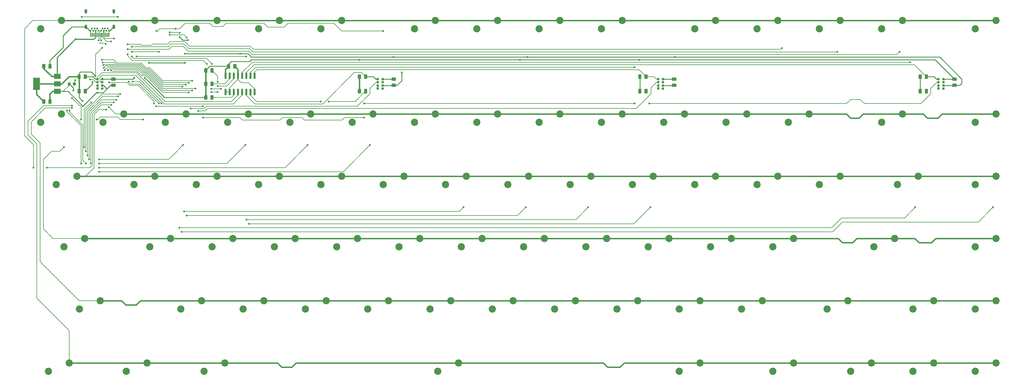
<source format=gbr>
G04 #@! TF.GenerationSoftware,KiCad,Pcbnew,5.1.5-52549c5~84~ubuntu18.04.1*
G04 #@! TF.CreationDate,2020-03-23T20:00:11-05:00*
G04 #@! TF.ProjectId,keyboard-cherry-mx-pcb-mounted,6b657962-6f61-4726-942d-636865727279,rev?*
G04 #@! TF.SameCoordinates,Original*
G04 #@! TF.FileFunction,Copper,L1,Top*
G04 #@! TF.FilePolarity,Positive*
%FSLAX46Y46*%
G04 Gerber Fmt 4.6, Leading zero omitted, Abs format (unit mm)*
G04 Created by KiCad (PCBNEW 5.1.5-52549c5~84~ubuntu18.04.1) date 2020-03-23 20:00:11*
%MOMM*%
%LPD*%
G04 APERTURE LIST*
%ADD10C,2.200000*%
%ADD11C,0.100000*%
%ADD12C,0.600000*%
%ADD13O,0.800000X1.400000*%
%ADD14R,0.300000X1.200000*%
%ADD15R,0.685800X0.736600*%
%ADD16R,2.000000X3.800000*%
%ADD17R,2.000000X1.500000*%
%ADD18R,0.300000X0.300000*%
%ADD19C,0.400000*%
%ADD20C,0.250000*%
%ADD21C,0.150000*%
%ADD22C,0.127000*%
%ADD23C,0.300000*%
%ADD24C,0.200000*%
G04 APERTURE END LIST*
D10*
X168275000Y-95250000D03*
X161925000Y-97790000D03*
X38100000Y-78740000D03*
X44450000Y-76200000D03*
X25400000Y-76200000D03*
X19050000Y-78740000D03*
X239712500Y-133350000D03*
X233362500Y-135890000D03*
X311150000Y-95250000D03*
X304800000Y-97790000D03*
X287337500Y-95250000D03*
X280987500Y-97790000D03*
X311150000Y-133350000D03*
X304800000Y-135890000D03*
X146843750Y-152400000D03*
X140493750Y-154940000D03*
G04 #@! TA.AperFunction,SMDPad,CuDef*
D11*
G36*
X29602691Y-66518553D02*
G01*
X29623926Y-66521703D01*
X29644750Y-66526919D01*
X29664962Y-66534151D01*
X29684368Y-66543330D01*
X29702781Y-66554366D01*
X29720024Y-66567154D01*
X29735930Y-66581570D01*
X29750346Y-66597476D01*
X29763134Y-66614719D01*
X29774170Y-66633132D01*
X29783349Y-66652538D01*
X29790581Y-66672750D01*
X29795797Y-66693574D01*
X29798947Y-66714809D01*
X29800000Y-66736250D01*
X29800000Y-67248750D01*
X29798947Y-67270191D01*
X29795797Y-67291426D01*
X29790581Y-67312250D01*
X29783349Y-67332462D01*
X29774170Y-67351868D01*
X29763134Y-67370281D01*
X29750346Y-67387524D01*
X29735930Y-67403430D01*
X29720024Y-67417846D01*
X29702781Y-67430634D01*
X29684368Y-67441670D01*
X29664962Y-67450849D01*
X29644750Y-67458081D01*
X29623926Y-67463297D01*
X29602691Y-67466447D01*
X29581250Y-67467500D01*
X29143750Y-67467500D01*
X29122309Y-67466447D01*
X29101074Y-67463297D01*
X29080250Y-67458081D01*
X29060038Y-67450849D01*
X29040632Y-67441670D01*
X29022219Y-67430634D01*
X29004976Y-67417846D01*
X28989070Y-67403430D01*
X28974654Y-67387524D01*
X28961866Y-67370281D01*
X28950830Y-67351868D01*
X28941651Y-67332462D01*
X28934419Y-67312250D01*
X28929203Y-67291426D01*
X28926053Y-67270191D01*
X28925000Y-67248750D01*
X28925000Y-66736250D01*
X28926053Y-66714809D01*
X28929203Y-66693574D01*
X28934419Y-66672750D01*
X28941651Y-66652538D01*
X28950830Y-66633132D01*
X28961866Y-66614719D01*
X28974654Y-66597476D01*
X28989070Y-66581570D01*
X29004976Y-66567154D01*
X29022219Y-66554366D01*
X29040632Y-66543330D01*
X29060038Y-66534151D01*
X29080250Y-66526919D01*
X29101074Y-66521703D01*
X29122309Y-66518553D01*
X29143750Y-66517500D01*
X29581250Y-66517500D01*
X29602691Y-66518553D01*
G37*
G04 #@! TD.AperFunction*
G04 #@! TA.AperFunction,SMDPad,CuDef*
G36*
X28027691Y-66518553D02*
G01*
X28048926Y-66521703D01*
X28069750Y-66526919D01*
X28089962Y-66534151D01*
X28109368Y-66543330D01*
X28127781Y-66554366D01*
X28145024Y-66567154D01*
X28160930Y-66581570D01*
X28175346Y-66597476D01*
X28188134Y-66614719D01*
X28199170Y-66633132D01*
X28208349Y-66652538D01*
X28215581Y-66672750D01*
X28220797Y-66693574D01*
X28223947Y-66714809D01*
X28225000Y-66736250D01*
X28225000Y-67248750D01*
X28223947Y-67270191D01*
X28220797Y-67291426D01*
X28215581Y-67312250D01*
X28208349Y-67332462D01*
X28199170Y-67351868D01*
X28188134Y-67370281D01*
X28175346Y-67387524D01*
X28160930Y-67403430D01*
X28145024Y-67417846D01*
X28127781Y-67430634D01*
X28109368Y-67441670D01*
X28089962Y-67450849D01*
X28069750Y-67458081D01*
X28048926Y-67463297D01*
X28027691Y-67466447D01*
X28006250Y-67467500D01*
X27568750Y-67467500D01*
X27547309Y-67466447D01*
X27526074Y-67463297D01*
X27505250Y-67458081D01*
X27485038Y-67450849D01*
X27465632Y-67441670D01*
X27447219Y-67430634D01*
X27429976Y-67417846D01*
X27414070Y-67403430D01*
X27399654Y-67387524D01*
X27386866Y-67370281D01*
X27375830Y-67351868D01*
X27366651Y-67332462D01*
X27359419Y-67312250D01*
X27354203Y-67291426D01*
X27351053Y-67270191D01*
X27350000Y-67248750D01*
X27350000Y-66736250D01*
X27351053Y-66714809D01*
X27354203Y-66693574D01*
X27359419Y-66672750D01*
X27366651Y-66652538D01*
X27375830Y-66633132D01*
X27386866Y-66614719D01*
X27399654Y-66597476D01*
X27414070Y-66581570D01*
X27429976Y-66567154D01*
X27447219Y-66554366D01*
X27465632Y-66543330D01*
X27485038Y-66534151D01*
X27505250Y-66526919D01*
X27526074Y-66521703D01*
X27547309Y-66518553D01*
X27568750Y-66517500D01*
X28006250Y-66517500D01*
X28027691Y-66518553D01*
G37*
G04 #@! TD.AperFunction*
D12*
X39547500Y-50000000D03*
X38747500Y-50000000D03*
X37947500Y-50000000D03*
X36347500Y-50000000D03*
X35547500Y-50000000D03*
X34747500Y-50000000D03*
X39947500Y-50700000D03*
X38347500Y-50700000D03*
X37547500Y-50700000D03*
X36747500Y-50700000D03*
X35947500Y-50700000D03*
X34347500Y-50700000D03*
D13*
X41417500Y-44820000D03*
X32877500Y-44820000D03*
X32877500Y-49550000D03*
D14*
X34897500Y-51960000D03*
X36397500Y-51960000D03*
X35897500Y-51960000D03*
X35397500Y-51960000D03*
X34397500Y-51960000D03*
X36897500Y-51960000D03*
X37397500Y-51960000D03*
X37897500Y-51960000D03*
X38397500Y-51960000D03*
X38897500Y-51960000D03*
X39397500Y-51960000D03*
X39897500Y-51960000D03*
D13*
X41417500Y-49550000D03*
D12*
X35147500Y-50700000D03*
X39147500Y-50700000D03*
D10*
X242887500Y-154940000D03*
X249237500Y-152400000D03*
X214312500Y-154940000D03*
X220662500Y-152400000D03*
G04 #@! TA.AperFunction,SMDPad,CuDef*
D11*
G36*
X118680142Y-64071174D02*
G01*
X118703803Y-64074684D01*
X118727007Y-64080496D01*
X118749529Y-64088554D01*
X118771153Y-64098782D01*
X118791670Y-64111079D01*
X118810883Y-64125329D01*
X118828607Y-64141393D01*
X118844671Y-64159117D01*
X118858921Y-64178330D01*
X118871218Y-64198847D01*
X118881446Y-64220471D01*
X118889504Y-64242993D01*
X118895316Y-64266197D01*
X118898826Y-64289858D01*
X118900000Y-64313750D01*
X118900000Y-65226250D01*
X118898826Y-65250142D01*
X118895316Y-65273803D01*
X118889504Y-65297007D01*
X118881446Y-65319529D01*
X118871218Y-65341153D01*
X118858921Y-65361670D01*
X118844671Y-65380883D01*
X118828607Y-65398607D01*
X118810883Y-65414671D01*
X118791670Y-65428921D01*
X118771153Y-65441218D01*
X118749529Y-65451446D01*
X118727007Y-65459504D01*
X118703803Y-65465316D01*
X118680142Y-65468826D01*
X118656250Y-65470000D01*
X118168750Y-65470000D01*
X118144858Y-65468826D01*
X118121197Y-65465316D01*
X118097993Y-65459504D01*
X118075471Y-65451446D01*
X118053847Y-65441218D01*
X118033330Y-65428921D01*
X118014117Y-65414671D01*
X117996393Y-65398607D01*
X117980329Y-65380883D01*
X117966079Y-65361670D01*
X117953782Y-65341153D01*
X117943554Y-65319529D01*
X117935496Y-65297007D01*
X117929684Y-65273803D01*
X117926174Y-65250142D01*
X117925000Y-65226250D01*
X117925000Y-64313750D01*
X117926174Y-64289858D01*
X117929684Y-64266197D01*
X117935496Y-64242993D01*
X117943554Y-64220471D01*
X117953782Y-64198847D01*
X117966079Y-64178330D01*
X117980329Y-64159117D01*
X117996393Y-64141393D01*
X118014117Y-64125329D01*
X118033330Y-64111079D01*
X118053847Y-64098782D01*
X118075471Y-64088554D01*
X118097993Y-64080496D01*
X118121197Y-64074684D01*
X118144858Y-64071174D01*
X118168750Y-64070000D01*
X118656250Y-64070000D01*
X118680142Y-64071174D01*
G37*
G04 #@! TD.AperFunction*
G04 #@! TA.AperFunction,SMDPad,CuDef*
G36*
X116805142Y-64071174D02*
G01*
X116828803Y-64074684D01*
X116852007Y-64080496D01*
X116874529Y-64088554D01*
X116896153Y-64098782D01*
X116916670Y-64111079D01*
X116935883Y-64125329D01*
X116953607Y-64141393D01*
X116969671Y-64159117D01*
X116983921Y-64178330D01*
X116996218Y-64198847D01*
X117006446Y-64220471D01*
X117014504Y-64242993D01*
X117020316Y-64266197D01*
X117023826Y-64289858D01*
X117025000Y-64313750D01*
X117025000Y-65226250D01*
X117023826Y-65250142D01*
X117020316Y-65273803D01*
X117014504Y-65297007D01*
X117006446Y-65319529D01*
X116996218Y-65341153D01*
X116983921Y-65361670D01*
X116969671Y-65380883D01*
X116953607Y-65398607D01*
X116935883Y-65414671D01*
X116916670Y-65428921D01*
X116896153Y-65441218D01*
X116874529Y-65451446D01*
X116852007Y-65459504D01*
X116828803Y-65465316D01*
X116805142Y-65468826D01*
X116781250Y-65470000D01*
X116293750Y-65470000D01*
X116269858Y-65468826D01*
X116246197Y-65465316D01*
X116222993Y-65459504D01*
X116200471Y-65451446D01*
X116178847Y-65441218D01*
X116158330Y-65428921D01*
X116139117Y-65414671D01*
X116121393Y-65398607D01*
X116105329Y-65380883D01*
X116091079Y-65361670D01*
X116078782Y-65341153D01*
X116068554Y-65319529D01*
X116060496Y-65297007D01*
X116054684Y-65273803D01*
X116051174Y-65250142D01*
X116050000Y-65226250D01*
X116050000Y-64313750D01*
X116051174Y-64289858D01*
X116054684Y-64266197D01*
X116060496Y-64242993D01*
X116068554Y-64220471D01*
X116078782Y-64198847D01*
X116091079Y-64178330D01*
X116105329Y-64159117D01*
X116121393Y-64141393D01*
X116139117Y-64125329D01*
X116158330Y-64111079D01*
X116178847Y-64098782D01*
X116200471Y-64088554D01*
X116222993Y-64080496D01*
X116246197Y-64074684D01*
X116269858Y-64071174D01*
X116293750Y-64070000D01*
X116781250Y-64070000D01*
X116805142Y-64071174D01*
G37*
G04 #@! TD.AperFunction*
G04 #@! TA.AperFunction,SMDPad,CuDef*
G36*
X32955142Y-64071174D02*
G01*
X32978803Y-64074684D01*
X33002007Y-64080496D01*
X33024529Y-64088554D01*
X33046153Y-64098782D01*
X33066670Y-64111079D01*
X33085883Y-64125329D01*
X33103607Y-64141393D01*
X33119671Y-64159117D01*
X33133921Y-64178330D01*
X33146218Y-64198847D01*
X33156446Y-64220471D01*
X33164504Y-64242993D01*
X33170316Y-64266197D01*
X33173826Y-64289858D01*
X33175000Y-64313750D01*
X33175000Y-65226250D01*
X33173826Y-65250142D01*
X33170316Y-65273803D01*
X33164504Y-65297007D01*
X33156446Y-65319529D01*
X33146218Y-65341153D01*
X33133921Y-65361670D01*
X33119671Y-65380883D01*
X33103607Y-65398607D01*
X33085883Y-65414671D01*
X33066670Y-65428921D01*
X33046153Y-65441218D01*
X33024529Y-65451446D01*
X33002007Y-65459504D01*
X32978803Y-65465316D01*
X32955142Y-65468826D01*
X32931250Y-65470000D01*
X32443750Y-65470000D01*
X32419858Y-65468826D01*
X32396197Y-65465316D01*
X32372993Y-65459504D01*
X32350471Y-65451446D01*
X32328847Y-65441218D01*
X32308330Y-65428921D01*
X32289117Y-65414671D01*
X32271393Y-65398607D01*
X32255329Y-65380883D01*
X32241079Y-65361670D01*
X32228782Y-65341153D01*
X32218554Y-65319529D01*
X32210496Y-65297007D01*
X32204684Y-65273803D01*
X32201174Y-65250142D01*
X32200000Y-65226250D01*
X32200000Y-64313750D01*
X32201174Y-64289858D01*
X32204684Y-64266197D01*
X32210496Y-64242993D01*
X32218554Y-64220471D01*
X32228782Y-64198847D01*
X32241079Y-64178330D01*
X32255329Y-64159117D01*
X32271393Y-64141393D01*
X32289117Y-64125329D01*
X32308330Y-64111079D01*
X32328847Y-64098782D01*
X32350471Y-64088554D01*
X32372993Y-64080496D01*
X32396197Y-64074684D01*
X32419858Y-64071174D01*
X32443750Y-64070000D01*
X32931250Y-64070000D01*
X32955142Y-64071174D01*
G37*
G04 #@! TD.AperFunction*
G04 #@! TA.AperFunction,SMDPad,CuDef*
G36*
X31080142Y-64071174D02*
G01*
X31103803Y-64074684D01*
X31127007Y-64080496D01*
X31149529Y-64088554D01*
X31171153Y-64098782D01*
X31191670Y-64111079D01*
X31210883Y-64125329D01*
X31228607Y-64141393D01*
X31244671Y-64159117D01*
X31258921Y-64178330D01*
X31271218Y-64198847D01*
X31281446Y-64220471D01*
X31289504Y-64242993D01*
X31295316Y-64266197D01*
X31298826Y-64289858D01*
X31300000Y-64313750D01*
X31300000Y-65226250D01*
X31298826Y-65250142D01*
X31295316Y-65273803D01*
X31289504Y-65297007D01*
X31281446Y-65319529D01*
X31271218Y-65341153D01*
X31258921Y-65361670D01*
X31244671Y-65380883D01*
X31228607Y-65398607D01*
X31210883Y-65414671D01*
X31191670Y-65428921D01*
X31171153Y-65441218D01*
X31149529Y-65451446D01*
X31127007Y-65459504D01*
X31103803Y-65465316D01*
X31080142Y-65468826D01*
X31056250Y-65470000D01*
X30568750Y-65470000D01*
X30544858Y-65468826D01*
X30521197Y-65465316D01*
X30497993Y-65459504D01*
X30475471Y-65451446D01*
X30453847Y-65441218D01*
X30433330Y-65428921D01*
X30414117Y-65414671D01*
X30396393Y-65398607D01*
X30380329Y-65380883D01*
X30366079Y-65361670D01*
X30353782Y-65341153D01*
X30343554Y-65319529D01*
X30335496Y-65297007D01*
X30329684Y-65273803D01*
X30326174Y-65250142D01*
X30325000Y-65226250D01*
X30325000Y-64313750D01*
X30326174Y-64289858D01*
X30329684Y-64266197D01*
X30335496Y-64242993D01*
X30343554Y-64220471D01*
X30353782Y-64198847D01*
X30366079Y-64178330D01*
X30380329Y-64159117D01*
X30396393Y-64141393D01*
X30414117Y-64125329D01*
X30433330Y-64111079D01*
X30453847Y-64098782D01*
X30475471Y-64088554D01*
X30497993Y-64080496D01*
X30521197Y-64074684D01*
X30544858Y-64071174D01*
X30568750Y-64070000D01*
X31056250Y-64070000D01*
X31080142Y-64071174D01*
G37*
G04 #@! TD.AperFunction*
G04 #@! TA.AperFunction,SMDPad,CuDef*
G36*
X118680142Y-68516174D02*
G01*
X118703803Y-68519684D01*
X118727007Y-68525496D01*
X118749529Y-68533554D01*
X118771153Y-68543782D01*
X118791670Y-68556079D01*
X118810883Y-68570329D01*
X118828607Y-68586393D01*
X118844671Y-68604117D01*
X118858921Y-68623330D01*
X118871218Y-68643847D01*
X118881446Y-68665471D01*
X118889504Y-68687993D01*
X118895316Y-68711197D01*
X118898826Y-68734858D01*
X118900000Y-68758750D01*
X118900000Y-69671250D01*
X118898826Y-69695142D01*
X118895316Y-69718803D01*
X118889504Y-69742007D01*
X118881446Y-69764529D01*
X118871218Y-69786153D01*
X118858921Y-69806670D01*
X118844671Y-69825883D01*
X118828607Y-69843607D01*
X118810883Y-69859671D01*
X118791670Y-69873921D01*
X118771153Y-69886218D01*
X118749529Y-69896446D01*
X118727007Y-69904504D01*
X118703803Y-69910316D01*
X118680142Y-69913826D01*
X118656250Y-69915000D01*
X118168750Y-69915000D01*
X118144858Y-69913826D01*
X118121197Y-69910316D01*
X118097993Y-69904504D01*
X118075471Y-69896446D01*
X118053847Y-69886218D01*
X118033330Y-69873921D01*
X118014117Y-69859671D01*
X117996393Y-69843607D01*
X117980329Y-69825883D01*
X117966079Y-69806670D01*
X117953782Y-69786153D01*
X117943554Y-69764529D01*
X117935496Y-69742007D01*
X117929684Y-69718803D01*
X117926174Y-69695142D01*
X117925000Y-69671250D01*
X117925000Y-68758750D01*
X117926174Y-68734858D01*
X117929684Y-68711197D01*
X117935496Y-68687993D01*
X117943554Y-68665471D01*
X117953782Y-68643847D01*
X117966079Y-68623330D01*
X117980329Y-68604117D01*
X117996393Y-68586393D01*
X118014117Y-68570329D01*
X118033330Y-68556079D01*
X118053847Y-68543782D01*
X118075471Y-68533554D01*
X118097993Y-68525496D01*
X118121197Y-68519684D01*
X118144858Y-68516174D01*
X118168750Y-68515000D01*
X118656250Y-68515000D01*
X118680142Y-68516174D01*
G37*
G04 #@! TD.AperFunction*
G04 #@! TA.AperFunction,SMDPad,CuDef*
G36*
X116805142Y-68516174D02*
G01*
X116828803Y-68519684D01*
X116852007Y-68525496D01*
X116874529Y-68533554D01*
X116896153Y-68543782D01*
X116916670Y-68556079D01*
X116935883Y-68570329D01*
X116953607Y-68586393D01*
X116969671Y-68604117D01*
X116983921Y-68623330D01*
X116996218Y-68643847D01*
X117006446Y-68665471D01*
X117014504Y-68687993D01*
X117020316Y-68711197D01*
X117023826Y-68734858D01*
X117025000Y-68758750D01*
X117025000Y-69671250D01*
X117023826Y-69695142D01*
X117020316Y-69718803D01*
X117014504Y-69742007D01*
X117006446Y-69764529D01*
X116996218Y-69786153D01*
X116983921Y-69806670D01*
X116969671Y-69825883D01*
X116953607Y-69843607D01*
X116935883Y-69859671D01*
X116916670Y-69873921D01*
X116896153Y-69886218D01*
X116874529Y-69896446D01*
X116852007Y-69904504D01*
X116828803Y-69910316D01*
X116805142Y-69913826D01*
X116781250Y-69915000D01*
X116293750Y-69915000D01*
X116269858Y-69913826D01*
X116246197Y-69910316D01*
X116222993Y-69904504D01*
X116200471Y-69896446D01*
X116178847Y-69886218D01*
X116158330Y-69873921D01*
X116139117Y-69859671D01*
X116121393Y-69843607D01*
X116105329Y-69825883D01*
X116091079Y-69806670D01*
X116078782Y-69786153D01*
X116068554Y-69764529D01*
X116060496Y-69742007D01*
X116054684Y-69718803D01*
X116051174Y-69695142D01*
X116050000Y-69671250D01*
X116050000Y-68758750D01*
X116051174Y-68734858D01*
X116054684Y-68711197D01*
X116060496Y-68687993D01*
X116068554Y-68665471D01*
X116078782Y-68643847D01*
X116091079Y-68623330D01*
X116105329Y-68604117D01*
X116121393Y-68586393D01*
X116139117Y-68570329D01*
X116158330Y-68556079D01*
X116178847Y-68543782D01*
X116200471Y-68533554D01*
X116222993Y-68525496D01*
X116246197Y-68519684D01*
X116269858Y-68516174D01*
X116293750Y-68515000D01*
X116781250Y-68515000D01*
X116805142Y-68516174D01*
G37*
G04 #@! TD.AperFunction*
G04 #@! TA.AperFunction,SMDPad,CuDef*
G36*
X32955142Y-68516174D02*
G01*
X32978803Y-68519684D01*
X33002007Y-68525496D01*
X33024529Y-68533554D01*
X33046153Y-68543782D01*
X33066670Y-68556079D01*
X33085883Y-68570329D01*
X33103607Y-68586393D01*
X33119671Y-68604117D01*
X33133921Y-68623330D01*
X33146218Y-68643847D01*
X33156446Y-68665471D01*
X33164504Y-68687993D01*
X33170316Y-68711197D01*
X33173826Y-68734858D01*
X33175000Y-68758750D01*
X33175000Y-69671250D01*
X33173826Y-69695142D01*
X33170316Y-69718803D01*
X33164504Y-69742007D01*
X33156446Y-69764529D01*
X33146218Y-69786153D01*
X33133921Y-69806670D01*
X33119671Y-69825883D01*
X33103607Y-69843607D01*
X33085883Y-69859671D01*
X33066670Y-69873921D01*
X33046153Y-69886218D01*
X33024529Y-69896446D01*
X33002007Y-69904504D01*
X32978803Y-69910316D01*
X32955142Y-69913826D01*
X32931250Y-69915000D01*
X32443750Y-69915000D01*
X32419858Y-69913826D01*
X32396197Y-69910316D01*
X32372993Y-69904504D01*
X32350471Y-69896446D01*
X32328847Y-69886218D01*
X32308330Y-69873921D01*
X32289117Y-69859671D01*
X32271393Y-69843607D01*
X32255329Y-69825883D01*
X32241079Y-69806670D01*
X32228782Y-69786153D01*
X32218554Y-69764529D01*
X32210496Y-69742007D01*
X32204684Y-69718803D01*
X32201174Y-69695142D01*
X32200000Y-69671250D01*
X32200000Y-68758750D01*
X32201174Y-68734858D01*
X32204684Y-68711197D01*
X32210496Y-68687993D01*
X32218554Y-68665471D01*
X32228782Y-68643847D01*
X32241079Y-68623330D01*
X32255329Y-68604117D01*
X32271393Y-68586393D01*
X32289117Y-68570329D01*
X32308330Y-68556079D01*
X32328847Y-68543782D01*
X32350471Y-68533554D01*
X32372993Y-68525496D01*
X32396197Y-68519684D01*
X32419858Y-68516174D01*
X32443750Y-68515000D01*
X32931250Y-68515000D01*
X32955142Y-68516174D01*
G37*
G04 #@! TD.AperFunction*
G04 #@! TA.AperFunction,SMDPad,CuDef*
G36*
X31080142Y-68516174D02*
G01*
X31103803Y-68519684D01*
X31127007Y-68525496D01*
X31149529Y-68533554D01*
X31171153Y-68543782D01*
X31191670Y-68556079D01*
X31210883Y-68570329D01*
X31228607Y-68586393D01*
X31244671Y-68604117D01*
X31258921Y-68623330D01*
X31271218Y-68643847D01*
X31281446Y-68665471D01*
X31289504Y-68687993D01*
X31295316Y-68711197D01*
X31298826Y-68734858D01*
X31300000Y-68758750D01*
X31300000Y-69671250D01*
X31298826Y-69695142D01*
X31295316Y-69718803D01*
X31289504Y-69742007D01*
X31281446Y-69764529D01*
X31271218Y-69786153D01*
X31258921Y-69806670D01*
X31244671Y-69825883D01*
X31228607Y-69843607D01*
X31210883Y-69859671D01*
X31191670Y-69873921D01*
X31171153Y-69886218D01*
X31149529Y-69896446D01*
X31127007Y-69904504D01*
X31103803Y-69910316D01*
X31080142Y-69913826D01*
X31056250Y-69915000D01*
X30568750Y-69915000D01*
X30544858Y-69913826D01*
X30521197Y-69910316D01*
X30497993Y-69904504D01*
X30475471Y-69896446D01*
X30453847Y-69886218D01*
X30433330Y-69873921D01*
X30414117Y-69859671D01*
X30396393Y-69843607D01*
X30380329Y-69825883D01*
X30366079Y-69806670D01*
X30353782Y-69786153D01*
X30343554Y-69764529D01*
X30335496Y-69742007D01*
X30329684Y-69718803D01*
X30326174Y-69695142D01*
X30325000Y-69671250D01*
X30325000Y-68758750D01*
X30326174Y-68734858D01*
X30329684Y-68711197D01*
X30335496Y-68687993D01*
X30343554Y-68665471D01*
X30353782Y-68643847D01*
X30366079Y-68623330D01*
X30380329Y-68604117D01*
X30396393Y-68586393D01*
X30414117Y-68570329D01*
X30433330Y-68556079D01*
X30453847Y-68543782D01*
X30475471Y-68533554D01*
X30497993Y-68525496D01*
X30521197Y-68519684D01*
X30544858Y-68516174D01*
X30568750Y-68515000D01*
X31056250Y-68515000D01*
X31080142Y-68516174D01*
G37*
G04 #@! TD.AperFunction*
G04 #@! TA.AperFunction,SMDPad,CuDef*
G36*
X71690142Y-66293674D02*
G01*
X71713803Y-66297184D01*
X71737007Y-66302996D01*
X71759529Y-66311054D01*
X71781153Y-66321282D01*
X71801670Y-66333579D01*
X71820883Y-66347829D01*
X71838607Y-66363893D01*
X71854671Y-66381617D01*
X71868921Y-66400830D01*
X71881218Y-66421347D01*
X71891446Y-66442971D01*
X71899504Y-66465493D01*
X71905316Y-66488697D01*
X71908826Y-66512358D01*
X71910000Y-66536250D01*
X71910000Y-67448750D01*
X71908826Y-67472642D01*
X71905316Y-67496303D01*
X71899504Y-67519507D01*
X71891446Y-67542029D01*
X71881218Y-67563653D01*
X71868921Y-67584170D01*
X71854671Y-67603383D01*
X71838607Y-67621107D01*
X71820883Y-67637171D01*
X71801670Y-67651421D01*
X71781153Y-67663718D01*
X71759529Y-67673946D01*
X71737007Y-67682004D01*
X71713803Y-67687816D01*
X71690142Y-67691326D01*
X71666250Y-67692500D01*
X71178750Y-67692500D01*
X71154858Y-67691326D01*
X71131197Y-67687816D01*
X71107993Y-67682004D01*
X71085471Y-67673946D01*
X71063847Y-67663718D01*
X71043330Y-67651421D01*
X71024117Y-67637171D01*
X71006393Y-67621107D01*
X70990329Y-67603383D01*
X70976079Y-67584170D01*
X70963782Y-67563653D01*
X70953554Y-67542029D01*
X70945496Y-67519507D01*
X70939684Y-67496303D01*
X70936174Y-67472642D01*
X70935000Y-67448750D01*
X70935000Y-66536250D01*
X70936174Y-66512358D01*
X70939684Y-66488697D01*
X70945496Y-66465493D01*
X70953554Y-66442971D01*
X70963782Y-66421347D01*
X70976079Y-66400830D01*
X70990329Y-66381617D01*
X71006393Y-66363893D01*
X71024117Y-66347829D01*
X71043330Y-66333579D01*
X71063847Y-66321282D01*
X71085471Y-66311054D01*
X71107993Y-66302996D01*
X71131197Y-66297184D01*
X71154858Y-66293674D01*
X71178750Y-66292500D01*
X71666250Y-66292500D01*
X71690142Y-66293674D01*
G37*
G04 #@! TD.AperFunction*
G04 #@! TA.AperFunction,SMDPad,CuDef*
G36*
X69815142Y-66293674D02*
G01*
X69838803Y-66297184D01*
X69862007Y-66302996D01*
X69884529Y-66311054D01*
X69906153Y-66321282D01*
X69926670Y-66333579D01*
X69945883Y-66347829D01*
X69963607Y-66363893D01*
X69979671Y-66381617D01*
X69993921Y-66400830D01*
X70006218Y-66421347D01*
X70016446Y-66442971D01*
X70024504Y-66465493D01*
X70030316Y-66488697D01*
X70033826Y-66512358D01*
X70035000Y-66536250D01*
X70035000Y-67448750D01*
X70033826Y-67472642D01*
X70030316Y-67496303D01*
X70024504Y-67519507D01*
X70016446Y-67542029D01*
X70006218Y-67563653D01*
X69993921Y-67584170D01*
X69979671Y-67603383D01*
X69963607Y-67621107D01*
X69945883Y-67637171D01*
X69926670Y-67651421D01*
X69906153Y-67663718D01*
X69884529Y-67673946D01*
X69862007Y-67682004D01*
X69838803Y-67687816D01*
X69815142Y-67691326D01*
X69791250Y-67692500D01*
X69303750Y-67692500D01*
X69279858Y-67691326D01*
X69256197Y-67687816D01*
X69232993Y-67682004D01*
X69210471Y-67673946D01*
X69188847Y-67663718D01*
X69168330Y-67651421D01*
X69149117Y-67637171D01*
X69131393Y-67621107D01*
X69115329Y-67603383D01*
X69101079Y-67584170D01*
X69088782Y-67563653D01*
X69078554Y-67542029D01*
X69070496Y-67519507D01*
X69064684Y-67496303D01*
X69061174Y-67472642D01*
X69060000Y-67448750D01*
X69060000Y-66536250D01*
X69061174Y-66512358D01*
X69064684Y-66488697D01*
X69070496Y-66465493D01*
X69078554Y-66442971D01*
X69088782Y-66421347D01*
X69101079Y-66400830D01*
X69115329Y-66381617D01*
X69131393Y-66363893D01*
X69149117Y-66347829D01*
X69168330Y-66333579D01*
X69188847Y-66321282D01*
X69210471Y-66311054D01*
X69232993Y-66302996D01*
X69256197Y-66297184D01*
X69279858Y-66293674D01*
X69303750Y-66292500D01*
X69791250Y-66292500D01*
X69815142Y-66293674D01*
G37*
G04 #@! TD.AperFunction*
G04 #@! TA.AperFunction,SMDPad,CuDef*
G36*
X71690142Y-62166174D02*
G01*
X71713803Y-62169684D01*
X71737007Y-62175496D01*
X71759529Y-62183554D01*
X71781153Y-62193782D01*
X71801670Y-62206079D01*
X71820883Y-62220329D01*
X71838607Y-62236393D01*
X71854671Y-62254117D01*
X71868921Y-62273330D01*
X71881218Y-62293847D01*
X71891446Y-62315471D01*
X71899504Y-62337993D01*
X71905316Y-62361197D01*
X71908826Y-62384858D01*
X71910000Y-62408750D01*
X71910000Y-63321250D01*
X71908826Y-63345142D01*
X71905316Y-63368803D01*
X71899504Y-63392007D01*
X71891446Y-63414529D01*
X71881218Y-63436153D01*
X71868921Y-63456670D01*
X71854671Y-63475883D01*
X71838607Y-63493607D01*
X71820883Y-63509671D01*
X71801670Y-63523921D01*
X71781153Y-63536218D01*
X71759529Y-63546446D01*
X71737007Y-63554504D01*
X71713803Y-63560316D01*
X71690142Y-63563826D01*
X71666250Y-63565000D01*
X71178750Y-63565000D01*
X71154858Y-63563826D01*
X71131197Y-63560316D01*
X71107993Y-63554504D01*
X71085471Y-63546446D01*
X71063847Y-63536218D01*
X71043330Y-63523921D01*
X71024117Y-63509671D01*
X71006393Y-63493607D01*
X70990329Y-63475883D01*
X70976079Y-63456670D01*
X70963782Y-63436153D01*
X70953554Y-63414529D01*
X70945496Y-63392007D01*
X70939684Y-63368803D01*
X70936174Y-63345142D01*
X70935000Y-63321250D01*
X70935000Y-62408750D01*
X70936174Y-62384858D01*
X70939684Y-62361197D01*
X70945496Y-62337993D01*
X70953554Y-62315471D01*
X70963782Y-62293847D01*
X70976079Y-62273330D01*
X70990329Y-62254117D01*
X71006393Y-62236393D01*
X71024117Y-62220329D01*
X71043330Y-62206079D01*
X71063847Y-62193782D01*
X71085471Y-62183554D01*
X71107993Y-62175496D01*
X71131197Y-62169684D01*
X71154858Y-62166174D01*
X71178750Y-62165000D01*
X71666250Y-62165000D01*
X71690142Y-62166174D01*
G37*
G04 #@! TD.AperFunction*
G04 #@! TA.AperFunction,SMDPad,CuDef*
G36*
X69815142Y-62166174D02*
G01*
X69838803Y-62169684D01*
X69862007Y-62175496D01*
X69884529Y-62183554D01*
X69906153Y-62193782D01*
X69926670Y-62206079D01*
X69945883Y-62220329D01*
X69963607Y-62236393D01*
X69979671Y-62254117D01*
X69993921Y-62273330D01*
X70006218Y-62293847D01*
X70016446Y-62315471D01*
X70024504Y-62337993D01*
X70030316Y-62361197D01*
X70033826Y-62384858D01*
X70035000Y-62408750D01*
X70035000Y-63321250D01*
X70033826Y-63345142D01*
X70030316Y-63368803D01*
X70024504Y-63392007D01*
X70016446Y-63414529D01*
X70006218Y-63436153D01*
X69993921Y-63456670D01*
X69979671Y-63475883D01*
X69963607Y-63493607D01*
X69945883Y-63509671D01*
X69926670Y-63523921D01*
X69906153Y-63536218D01*
X69884529Y-63546446D01*
X69862007Y-63554504D01*
X69838803Y-63560316D01*
X69815142Y-63563826D01*
X69791250Y-63565000D01*
X69303750Y-63565000D01*
X69279858Y-63563826D01*
X69256197Y-63560316D01*
X69232993Y-63554504D01*
X69210471Y-63546446D01*
X69188847Y-63536218D01*
X69168330Y-63523921D01*
X69149117Y-63509671D01*
X69131393Y-63493607D01*
X69115329Y-63475883D01*
X69101079Y-63456670D01*
X69088782Y-63436153D01*
X69078554Y-63414529D01*
X69070496Y-63392007D01*
X69064684Y-63368803D01*
X69061174Y-63345142D01*
X69060000Y-63321250D01*
X69060000Y-62408750D01*
X69061174Y-62384858D01*
X69064684Y-62361197D01*
X69070496Y-62337993D01*
X69078554Y-62315471D01*
X69088782Y-62293847D01*
X69101079Y-62273330D01*
X69115329Y-62254117D01*
X69131393Y-62236393D01*
X69149117Y-62220329D01*
X69168330Y-62206079D01*
X69188847Y-62193782D01*
X69210471Y-62183554D01*
X69232993Y-62175496D01*
X69256197Y-62169684D01*
X69279858Y-62166174D01*
X69303750Y-62165000D01*
X69791250Y-62165000D01*
X69815142Y-62166174D01*
G37*
G04 #@! TD.AperFunction*
G04 #@! TA.AperFunction,SMDPad,CuDef*
G36*
X71690142Y-70421174D02*
G01*
X71713803Y-70424684D01*
X71737007Y-70430496D01*
X71759529Y-70438554D01*
X71781153Y-70448782D01*
X71801670Y-70461079D01*
X71820883Y-70475329D01*
X71838607Y-70491393D01*
X71854671Y-70509117D01*
X71868921Y-70528330D01*
X71881218Y-70548847D01*
X71891446Y-70570471D01*
X71899504Y-70592993D01*
X71905316Y-70616197D01*
X71908826Y-70639858D01*
X71910000Y-70663750D01*
X71910000Y-71576250D01*
X71908826Y-71600142D01*
X71905316Y-71623803D01*
X71899504Y-71647007D01*
X71891446Y-71669529D01*
X71881218Y-71691153D01*
X71868921Y-71711670D01*
X71854671Y-71730883D01*
X71838607Y-71748607D01*
X71820883Y-71764671D01*
X71801670Y-71778921D01*
X71781153Y-71791218D01*
X71759529Y-71801446D01*
X71737007Y-71809504D01*
X71713803Y-71815316D01*
X71690142Y-71818826D01*
X71666250Y-71820000D01*
X71178750Y-71820000D01*
X71154858Y-71818826D01*
X71131197Y-71815316D01*
X71107993Y-71809504D01*
X71085471Y-71801446D01*
X71063847Y-71791218D01*
X71043330Y-71778921D01*
X71024117Y-71764671D01*
X71006393Y-71748607D01*
X70990329Y-71730883D01*
X70976079Y-71711670D01*
X70963782Y-71691153D01*
X70953554Y-71669529D01*
X70945496Y-71647007D01*
X70939684Y-71623803D01*
X70936174Y-71600142D01*
X70935000Y-71576250D01*
X70935000Y-70663750D01*
X70936174Y-70639858D01*
X70939684Y-70616197D01*
X70945496Y-70592993D01*
X70953554Y-70570471D01*
X70963782Y-70548847D01*
X70976079Y-70528330D01*
X70990329Y-70509117D01*
X71006393Y-70491393D01*
X71024117Y-70475329D01*
X71043330Y-70461079D01*
X71063847Y-70448782D01*
X71085471Y-70438554D01*
X71107993Y-70430496D01*
X71131197Y-70424684D01*
X71154858Y-70421174D01*
X71178750Y-70420000D01*
X71666250Y-70420000D01*
X71690142Y-70421174D01*
G37*
G04 #@! TD.AperFunction*
G04 #@! TA.AperFunction,SMDPad,CuDef*
G36*
X69815142Y-70421174D02*
G01*
X69838803Y-70424684D01*
X69862007Y-70430496D01*
X69884529Y-70438554D01*
X69906153Y-70448782D01*
X69926670Y-70461079D01*
X69945883Y-70475329D01*
X69963607Y-70491393D01*
X69979671Y-70509117D01*
X69993921Y-70528330D01*
X70006218Y-70548847D01*
X70016446Y-70570471D01*
X70024504Y-70592993D01*
X70030316Y-70616197D01*
X70033826Y-70639858D01*
X70035000Y-70663750D01*
X70035000Y-71576250D01*
X70033826Y-71600142D01*
X70030316Y-71623803D01*
X70024504Y-71647007D01*
X70016446Y-71669529D01*
X70006218Y-71691153D01*
X69993921Y-71711670D01*
X69979671Y-71730883D01*
X69963607Y-71748607D01*
X69945883Y-71764671D01*
X69926670Y-71778921D01*
X69906153Y-71791218D01*
X69884529Y-71801446D01*
X69862007Y-71809504D01*
X69838803Y-71815316D01*
X69815142Y-71818826D01*
X69791250Y-71820000D01*
X69303750Y-71820000D01*
X69279858Y-71818826D01*
X69256197Y-71815316D01*
X69232993Y-71809504D01*
X69210471Y-71801446D01*
X69188847Y-71791218D01*
X69168330Y-71778921D01*
X69149117Y-71764671D01*
X69131393Y-71748607D01*
X69115329Y-71730883D01*
X69101079Y-71711670D01*
X69088782Y-71691153D01*
X69078554Y-71669529D01*
X69070496Y-71647007D01*
X69064684Y-71623803D01*
X69061174Y-71600142D01*
X69060000Y-71576250D01*
X69060000Y-70663750D01*
X69061174Y-70639858D01*
X69064684Y-70616197D01*
X69070496Y-70592993D01*
X69078554Y-70570471D01*
X69088782Y-70548847D01*
X69101079Y-70528330D01*
X69115329Y-70509117D01*
X69131393Y-70491393D01*
X69149117Y-70475329D01*
X69168330Y-70461079D01*
X69188847Y-70448782D01*
X69210471Y-70438554D01*
X69232993Y-70430496D01*
X69256197Y-70424684D01*
X69279858Y-70421174D01*
X69303750Y-70420000D01*
X69791250Y-70420000D01*
X69815142Y-70421174D01*
G37*
G04 #@! TD.AperFunction*
D10*
X25400000Y-47625000D03*
X19050000Y-50165000D03*
X196850000Y-47625000D03*
X190500000Y-50165000D03*
X53975000Y-47625000D03*
X47625000Y-50165000D03*
X219087700Y-50165000D03*
X225437700Y-47625000D03*
X66675000Y-50165000D03*
X73025000Y-47625000D03*
X244475000Y-47625000D03*
X238125000Y-50165000D03*
X92075000Y-47625000D03*
X85725000Y-50165000D03*
X257175000Y-50165000D03*
X263525000Y-47625000D03*
X104775000Y-50165000D03*
X111125000Y-47625000D03*
X282575000Y-47625000D03*
X276225000Y-50165000D03*
X133350000Y-50165000D03*
X139700000Y-47625000D03*
X304800000Y-50165000D03*
X311150000Y-47625000D03*
X158750000Y-47625000D03*
X152400000Y-50165000D03*
X171450000Y-50165000D03*
X177800000Y-47625000D03*
X177800000Y-76200000D03*
X171450000Y-78740000D03*
X190500000Y-78740000D03*
X196850000Y-76200000D03*
X63500000Y-76200000D03*
X57150000Y-78740000D03*
X209550000Y-78740000D03*
X215900000Y-76200000D03*
X76200000Y-78740000D03*
X82550000Y-76200000D03*
X234950000Y-76200000D03*
X228600000Y-78740000D03*
X101600000Y-76200000D03*
X95250000Y-78740000D03*
X247650000Y-78740000D03*
X254000000Y-76200000D03*
X114300000Y-78740000D03*
X120650000Y-76200000D03*
X282575000Y-76200000D03*
X276225000Y-78740000D03*
X139700000Y-76200000D03*
X133350000Y-78740000D03*
X311150000Y-76200000D03*
X304800000Y-78740000D03*
X152400000Y-78740000D03*
X158750000Y-76200000D03*
X21431250Y-154940000D03*
X27781250Y-152400000D03*
X51593750Y-152400000D03*
X45243750Y-154940000D03*
X75406250Y-152400000D03*
X69056250Y-154940000D03*
X266700000Y-154940000D03*
X273050000Y-152400000D03*
X292100000Y-152400000D03*
X285750000Y-154940000D03*
X304800000Y-154940000D03*
X311150000Y-152400000D03*
X37306250Y-133350000D03*
X30956250Y-135890000D03*
X201612500Y-133350000D03*
X195262500Y-135890000D03*
X68262500Y-133350000D03*
X61912500Y-135890000D03*
X214312500Y-135890000D03*
X220662500Y-133350000D03*
X80962500Y-135890000D03*
X87312500Y-133350000D03*
X106362500Y-133350000D03*
X100012500Y-135890000D03*
X259556250Y-135890000D03*
X265906250Y-133350000D03*
X125412500Y-133350000D03*
X119062500Y-135890000D03*
X285750000Y-135890000D03*
X292100000Y-133350000D03*
X138112500Y-135890000D03*
X144462500Y-133350000D03*
X163512500Y-133350000D03*
X157162500Y-135890000D03*
X176212500Y-135890000D03*
X182562500Y-133350000D03*
X32543750Y-114300000D03*
X26193750Y-116840000D03*
X185737500Y-116840000D03*
X192087500Y-114300000D03*
X52387500Y-116840000D03*
X58737500Y-114300000D03*
X204787500Y-116840000D03*
X211137500Y-114300000D03*
X77787500Y-114300000D03*
X71437500Y-116840000D03*
X230187500Y-114300000D03*
X223837500Y-116840000D03*
X90487500Y-116840000D03*
X96837500Y-114300000D03*
X249237500Y-114300000D03*
X242887500Y-116840000D03*
X115887500Y-114300000D03*
X109537500Y-116840000D03*
X273843750Y-116840000D03*
X280193750Y-114300000D03*
X128587500Y-116840000D03*
X134937500Y-114300000D03*
X311150000Y-114300000D03*
X304800000Y-116840000D03*
X147637500Y-116840000D03*
X153987500Y-114300000D03*
X173037500Y-114300000D03*
X166687500Y-116840000D03*
X23812500Y-97790000D03*
X30162500Y-95250000D03*
X180975000Y-97790000D03*
X187325000Y-95250000D03*
X53975000Y-95250000D03*
X47625000Y-97790000D03*
X200025000Y-97790000D03*
X206375000Y-95250000D03*
X66675000Y-97790000D03*
X73025000Y-95250000D03*
X219075000Y-97790000D03*
X225425000Y-95250000D03*
X85725000Y-97790000D03*
X92075000Y-95250000D03*
X238125000Y-97790000D03*
X244475000Y-95250000D03*
X111125000Y-95250000D03*
X104775000Y-97790000D03*
X257175000Y-97790000D03*
X263525000Y-95250000D03*
X130175000Y-95250000D03*
X123825000Y-97790000D03*
X149225000Y-95250000D03*
X142875000Y-97790000D03*
G04 #@! TA.AperFunction,SMDPad,CuDef*
D11*
G36*
X76800142Y-60896174D02*
G01*
X76823803Y-60899684D01*
X76847007Y-60905496D01*
X76869529Y-60913554D01*
X76891153Y-60923782D01*
X76911670Y-60936079D01*
X76930883Y-60950329D01*
X76948607Y-60966393D01*
X76964671Y-60984117D01*
X76978921Y-61003330D01*
X76991218Y-61023847D01*
X77001446Y-61045471D01*
X77009504Y-61067993D01*
X77015316Y-61091197D01*
X77018826Y-61114858D01*
X77020000Y-61138750D01*
X77020000Y-62051250D01*
X77018826Y-62075142D01*
X77015316Y-62098803D01*
X77009504Y-62122007D01*
X77001446Y-62144529D01*
X76991218Y-62166153D01*
X76978921Y-62186670D01*
X76964671Y-62205883D01*
X76948607Y-62223607D01*
X76930883Y-62239671D01*
X76911670Y-62253921D01*
X76891153Y-62266218D01*
X76869529Y-62276446D01*
X76847007Y-62284504D01*
X76823803Y-62290316D01*
X76800142Y-62293826D01*
X76776250Y-62295000D01*
X76288750Y-62295000D01*
X76264858Y-62293826D01*
X76241197Y-62290316D01*
X76217993Y-62284504D01*
X76195471Y-62276446D01*
X76173847Y-62266218D01*
X76153330Y-62253921D01*
X76134117Y-62239671D01*
X76116393Y-62223607D01*
X76100329Y-62205883D01*
X76086079Y-62186670D01*
X76073782Y-62166153D01*
X76063554Y-62144529D01*
X76055496Y-62122007D01*
X76049684Y-62098803D01*
X76046174Y-62075142D01*
X76045000Y-62051250D01*
X76045000Y-61138750D01*
X76046174Y-61114858D01*
X76049684Y-61091197D01*
X76055496Y-61067993D01*
X76063554Y-61045471D01*
X76073782Y-61023847D01*
X76086079Y-61003330D01*
X76100329Y-60984117D01*
X76116393Y-60966393D01*
X76134117Y-60950329D01*
X76153330Y-60936079D01*
X76173847Y-60923782D01*
X76195471Y-60913554D01*
X76217993Y-60905496D01*
X76241197Y-60899684D01*
X76264858Y-60896174D01*
X76288750Y-60895000D01*
X76776250Y-60895000D01*
X76800142Y-60896174D01*
G37*
G04 #@! TD.AperFunction*
G04 #@! TA.AperFunction,SMDPad,CuDef*
G36*
X78675142Y-60896174D02*
G01*
X78698803Y-60899684D01*
X78722007Y-60905496D01*
X78744529Y-60913554D01*
X78766153Y-60923782D01*
X78786670Y-60936079D01*
X78805883Y-60950329D01*
X78823607Y-60966393D01*
X78839671Y-60984117D01*
X78853921Y-61003330D01*
X78866218Y-61023847D01*
X78876446Y-61045471D01*
X78884504Y-61067993D01*
X78890316Y-61091197D01*
X78893826Y-61114858D01*
X78895000Y-61138750D01*
X78895000Y-62051250D01*
X78893826Y-62075142D01*
X78890316Y-62098803D01*
X78884504Y-62122007D01*
X78876446Y-62144529D01*
X78866218Y-62166153D01*
X78853921Y-62186670D01*
X78839671Y-62205883D01*
X78823607Y-62223607D01*
X78805883Y-62239671D01*
X78786670Y-62253921D01*
X78766153Y-62266218D01*
X78744529Y-62276446D01*
X78722007Y-62284504D01*
X78698803Y-62290316D01*
X78675142Y-62293826D01*
X78651250Y-62295000D01*
X78163750Y-62295000D01*
X78139858Y-62293826D01*
X78116197Y-62290316D01*
X78092993Y-62284504D01*
X78070471Y-62276446D01*
X78048847Y-62266218D01*
X78028330Y-62253921D01*
X78009117Y-62239671D01*
X77991393Y-62223607D01*
X77975329Y-62205883D01*
X77961079Y-62186670D01*
X77948782Y-62166153D01*
X77938554Y-62144529D01*
X77930496Y-62122007D01*
X77924684Y-62098803D01*
X77921174Y-62075142D01*
X77920000Y-62051250D01*
X77920000Y-61138750D01*
X77921174Y-61114858D01*
X77924684Y-61091197D01*
X77930496Y-61067993D01*
X77938554Y-61045471D01*
X77948782Y-61023847D01*
X77961079Y-61003330D01*
X77975329Y-60984117D01*
X77991393Y-60966393D01*
X78009117Y-60950329D01*
X78028330Y-60936079D01*
X78048847Y-60923782D01*
X78070471Y-60913554D01*
X78092993Y-60905496D01*
X78116197Y-60899684D01*
X78139858Y-60896174D01*
X78163750Y-60895000D01*
X78651250Y-60895000D01*
X78675142Y-60896174D01*
G37*
G04 #@! TD.AperFunction*
G04 #@! TA.AperFunction,SMDPad,CuDef*
G36*
X41755142Y-65048674D02*
G01*
X41778803Y-65052184D01*
X41802007Y-65057996D01*
X41824529Y-65066054D01*
X41846153Y-65076282D01*
X41866670Y-65088579D01*
X41885883Y-65102829D01*
X41903607Y-65118893D01*
X41919671Y-65136617D01*
X41933921Y-65155830D01*
X41946218Y-65176347D01*
X41956446Y-65197971D01*
X41964504Y-65220493D01*
X41970316Y-65243697D01*
X41973826Y-65267358D01*
X41975000Y-65291250D01*
X41975000Y-65778750D01*
X41973826Y-65802642D01*
X41970316Y-65826303D01*
X41964504Y-65849507D01*
X41956446Y-65872029D01*
X41946218Y-65893653D01*
X41933921Y-65914170D01*
X41919671Y-65933383D01*
X41903607Y-65951107D01*
X41885883Y-65967171D01*
X41866670Y-65981421D01*
X41846153Y-65993718D01*
X41824529Y-66003946D01*
X41802007Y-66012004D01*
X41778803Y-66017816D01*
X41755142Y-66021326D01*
X41731250Y-66022500D01*
X40818750Y-66022500D01*
X40794858Y-66021326D01*
X40771197Y-66017816D01*
X40747993Y-66012004D01*
X40725471Y-66003946D01*
X40703847Y-65993718D01*
X40683330Y-65981421D01*
X40664117Y-65967171D01*
X40646393Y-65951107D01*
X40630329Y-65933383D01*
X40616079Y-65914170D01*
X40603782Y-65893653D01*
X40593554Y-65872029D01*
X40585496Y-65849507D01*
X40579684Y-65826303D01*
X40576174Y-65802642D01*
X40575000Y-65778750D01*
X40575000Y-65291250D01*
X40576174Y-65267358D01*
X40579684Y-65243697D01*
X40585496Y-65220493D01*
X40593554Y-65197971D01*
X40603782Y-65176347D01*
X40616079Y-65155830D01*
X40630329Y-65136617D01*
X40646393Y-65118893D01*
X40664117Y-65102829D01*
X40683330Y-65088579D01*
X40703847Y-65076282D01*
X40725471Y-65066054D01*
X40747993Y-65057996D01*
X40771197Y-65052184D01*
X40794858Y-65048674D01*
X40818750Y-65047500D01*
X41731250Y-65047500D01*
X41755142Y-65048674D01*
G37*
G04 #@! TD.AperFunction*
G04 #@! TA.AperFunction,SMDPad,CuDef*
G36*
X41755142Y-66923674D02*
G01*
X41778803Y-66927184D01*
X41802007Y-66932996D01*
X41824529Y-66941054D01*
X41846153Y-66951282D01*
X41866670Y-66963579D01*
X41885883Y-66977829D01*
X41903607Y-66993893D01*
X41919671Y-67011617D01*
X41933921Y-67030830D01*
X41946218Y-67051347D01*
X41956446Y-67072971D01*
X41964504Y-67095493D01*
X41970316Y-67118697D01*
X41973826Y-67142358D01*
X41975000Y-67166250D01*
X41975000Y-67653750D01*
X41973826Y-67677642D01*
X41970316Y-67701303D01*
X41964504Y-67724507D01*
X41956446Y-67747029D01*
X41946218Y-67768653D01*
X41933921Y-67789170D01*
X41919671Y-67808383D01*
X41903607Y-67826107D01*
X41885883Y-67842171D01*
X41866670Y-67856421D01*
X41846153Y-67868718D01*
X41824529Y-67878946D01*
X41802007Y-67887004D01*
X41778803Y-67892816D01*
X41755142Y-67896326D01*
X41731250Y-67897500D01*
X40818750Y-67897500D01*
X40794858Y-67896326D01*
X40771197Y-67892816D01*
X40747993Y-67887004D01*
X40725471Y-67878946D01*
X40703847Y-67868718D01*
X40683330Y-67856421D01*
X40664117Y-67842171D01*
X40646393Y-67826107D01*
X40630329Y-67808383D01*
X40616079Y-67789170D01*
X40603782Y-67768653D01*
X40593554Y-67747029D01*
X40585496Y-67724507D01*
X40579684Y-67701303D01*
X40576174Y-67677642D01*
X40575000Y-67653750D01*
X40575000Y-67166250D01*
X40576174Y-67142358D01*
X40579684Y-67118697D01*
X40585496Y-67095493D01*
X40593554Y-67072971D01*
X40603782Y-67051347D01*
X40616079Y-67030830D01*
X40630329Y-67011617D01*
X40646393Y-66993893D01*
X40664117Y-66977829D01*
X40683330Y-66963579D01*
X40703847Y-66951282D01*
X40725471Y-66941054D01*
X40747993Y-66932996D01*
X40771197Y-66927184D01*
X40794858Y-66923674D01*
X40818750Y-66922500D01*
X41731250Y-66922500D01*
X41755142Y-66923674D01*
G37*
G04 #@! TD.AperFunction*
G04 #@! TA.AperFunction,SMDPad,CuDef*
G36*
X127480142Y-66923674D02*
G01*
X127503803Y-66927184D01*
X127527007Y-66932996D01*
X127549529Y-66941054D01*
X127571153Y-66951282D01*
X127591670Y-66963579D01*
X127610883Y-66977829D01*
X127628607Y-66993893D01*
X127644671Y-67011617D01*
X127658921Y-67030830D01*
X127671218Y-67051347D01*
X127681446Y-67072971D01*
X127689504Y-67095493D01*
X127695316Y-67118697D01*
X127698826Y-67142358D01*
X127700000Y-67166250D01*
X127700000Y-67653750D01*
X127698826Y-67677642D01*
X127695316Y-67701303D01*
X127689504Y-67724507D01*
X127681446Y-67747029D01*
X127671218Y-67768653D01*
X127658921Y-67789170D01*
X127644671Y-67808383D01*
X127628607Y-67826107D01*
X127610883Y-67842171D01*
X127591670Y-67856421D01*
X127571153Y-67868718D01*
X127549529Y-67878946D01*
X127527007Y-67887004D01*
X127503803Y-67892816D01*
X127480142Y-67896326D01*
X127456250Y-67897500D01*
X126543750Y-67897500D01*
X126519858Y-67896326D01*
X126496197Y-67892816D01*
X126472993Y-67887004D01*
X126450471Y-67878946D01*
X126428847Y-67868718D01*
X126408330Y-67856421D01*
X126389117Y-67842171D01*
X126371393Y-67826107D01*
X126355329Y-67808383D01*
X126341079Y-67789170D01*
X126328782Y-67768653D01*
X126318554Y-67747029D01*
X126310496Y-67724507D01*
X126304684Y-67701303D01*
X126301174Y-67677642D01*
X126300000Y-67653750D01*
X126300000Y-67166250D01*
X126301174Y-67142358D01*
X126304684Y-67118697D01*
X126310496Y-67095493D01*
X126318554Y-67072971D01*
X126328782Y-67051347D01*
X126341079Y-67030830D01*
X126355329Y-67011617D01*
X126371393Y-66993893D01*
X126389117Y-66977829D01*
X126408330Y-66963579D01*
X126428847Y-66951282D01*
X126450471Y-66941054D01*
X126472993Y-66932996D01*
X126496197Y-66927184D01*
X126519858Y-66923674D01*
X126543750Y-66922500D01*
X127456250Y-66922500D01*
X127480142Y-66923674D01*
G37*
G04 #@! TD.AperFunction*
G04 #@! TA.AperFunction,SMDPad,CuDef*
G36*
X127480142Y-65048674D02*
G01*
X127503803Y-65052184D01*
X127527007Y-65057996D01*
X127549529Y-65066054D01*
X127571153Y-65076282D01*
X127591670Y-65088579D01*
X127610883Y-65102829D01*
X127628607Y-65118893D01*
X127644671Y-65136617D01*
X127658921Y-65155830D01*
X127671218Y-65176347D01*
X127681446Y-65197971D01*
X127689504Y-65220493D01*
X127695316Y-65243697D01*
X127698826Y-65267358D01*
X127700000Y-65291250D01*
X127700000Y-65778750D01*
X127698826Y-65802642D01*
X127695316Y-65826303D01*
X127689504Y-65849507D01*
X127681446Y-65872029D01*
X127671218Y-65893653D01*
X127658921Y-65914170D01*
X127644671Y-65933383D01*
X127628607Y-65951107D01*
X127610883Y-65967171D01*
X127591670Y-65981421D01*
X127571153Y-65993718D01*
X127549529Y-66003946D01*
X127527007Y-66012004D01*
X127503803Y-66017816D01*
X127480142Y-66021326D01*
X127456250Y-66022500D01*
X126543750Y-66022500D01*
X126519858Y-66021326D01*
X126496197Y-66017816D01*
X126472993Y-66012004D01*
X126450471Y-66003946D01*
X126428847Y-65993718D01*
X126408330Y-65981421D01*
X126389117Y-65967171D01*
X126371393Y-65951107D01*
X126355329Y-65933383D01*
X126341079Y-65914170D01*
X126328782Y-65893653D01*
X126318554Y-65872029D01*
X126310496Y-65849507D01*
X126304684Y-65826303D01*
X126301174Y-65802642D01*
X126300000Y-65778750D01*
X126300000Y-65291250D01*
X126301174Y-65267358D01*
X126304684Y-65243697D01*
X126310496Y-65220493D01*
X126318554Y-65197971D01*
X126328782Y-65176347D01*
X126341079Y-65155830D01*
X126355329Y-65136617D01*
X126371393Y-65118893D01*
X126389117Y-65102829D01*
X126408330Y-65088579D01*
X126428847Y-65076282D01*
X126450471Y-65066054D01*
X126472993Y-65057996D01*
X126496197Y-65052184D01*
X126519858Y-65048674D01*
X126543750Y-65047500D01*
X127456250Y-65047500D01*
X127480142Y-65048674D01*
G37*
G04 #@! TD.AperFunction*
G04 #@! TA.AperFunction,SMDPad,CuDef*
G36*
X20285142Y-60896174D02*
G01*
X20308803Y-60899684D01*
X20332007Y-60905496D01*
X20354529Y-60913554D01*
X20376153Y-60923782D01*
X20396670Y-60936079D01*
X20415883Y-60950329D01*
X20433607Y-60966393D01*
X20449671Y-60984117D01*
X20463921Y-61003330D01*
X20476218Y-61023847D01*
X20486446Y-61045471D01*
X20494504Y-61067993D01*
X20500316Y-61091197D01*
X20503826Y-61114858D01*
X20505000Y-61138750D01*
X20505000Y-62051250D01*
X20503826Y-62075142D01*
X20500316Y-62098803D01*
X20494504Y-62122007D01*
X20486446Y-62144529D01*
X20476218Y-62166153D01*
X20463921Y-62186670D01*
X20449671Y-62205883D01*
X20433607Y-62223607D01*
X20415883Y-62239671D01*
X20396670Y-62253921D01*
X20376153Y-62266218D01*
X20354529Y-62276446D01*
X20332007Y-62284504D01*
X20308803Y-62290316D01*
X20285142Y-62293826D01*
X20261250Y-62295000D01*
X19773750Y-62295000D01*
X19749858Y-62293826D01*
X19726197Y-62290316D01*
X19702993Y-62284504D01*
X19680471Y-62276446D01*
X19658847Y-62266218D01*
X19638330Y-62253921D01*
X19619117Y-62239671D01*
X19601393Y-62223607D01*
X19585329Y-62205883D01*
X19571079Y-62186670D01*
X19558782Y-62166153D01*
X19548554Y-62144529D01*
X19540496Y-62122007D01*
X19534684Y-62098803D01*
X19531174Y-62075142D01*
X19530000Y-62051250D01*
X19530000Y-61138750D01*
X19531174Y-61114858D01*
X19534684Y-61091197D01*
X19540496Y-61067993D01*
X19548554Y-61045471D01*
X19558782Y-61023847D01*
X19571079Y-61003330D01*
X19585329Y-60984117D01*
X19601393Y-60966393D01*
X19619117Y-60950329D01*
X19638330Y-60936079D01*
X19658847Y-60923782D01*
X19680471Y-60913554D01*
X19702993Y-60905496D01*
X19726197Y-60899684D01*
X19749858Y-60896174D01*
X19773750Y-60895000D01*
X20261250Y-60895000D01*
X20285142Y-60896174D01*
G37*
G04 #@! TD.AperFunction*
G04 #@! TA.AperFunction,SMDPad,CuDef*
G36*
X22160142Y-60896174D02*
G01*
X22183803Y-60899684D01*
X22207007Y-60905496D01*
X22229529Y-60913554D01*
X22251153Y-60923782D01*
X22271670Y-60936079D01*
X22290883Y-60950329D01*
X22308607Y-60966393D01*
X22324671Y-60984117D01*
X22338921Y-61003330D01*
X22351218Y-61023847D01*
X22361446Y-61045471D01*
X22369504Y-61067993D01*
X22375316Y-61091197D01*
X22378826Y-61114858D01*
X22380000Y-61138750D01*
X22380000Y-62051250D01*
X22378826Y-62075142D01*
X22375316Y-62098803D01*
X22369504Y-62122007D01*
X22361446Y-62144529D01*
X22351218Y-62166153D01*
X22338921Y-62186670D01*
X22324671Y-62205883D01*
X22308607Y-62223607D01*
X22290883Y-62239671D01*
X22271670Y-62253921D01*
X22251153Y-62266218D01*
X22229529Y-62276446D01*
X22207007Y-62284504D01*
X22183803Y-62290316D01*
X22160142Y-62293826D01*
X22136250Y-62295000D01*
X21648750Y-62295000D01*
X21624858Y-62293826D01*
X21601197Y-62290316D01*
X21577993Y-62284504D01*
X21555471Y-62276446D01*
X21533847Y-62266218D01*
X21513330Y-62253921D01*
X21494117Y-62239671D01*
X21476393Y-62223607D01*
X21460329Y-62205883D01*
X21446079Y-62186670D01*
X21433782Y-62166153D01*
X21423554Y-62144529D01*
X21415496Y-62122007D01*
X21409684Y-62098803D01*
X21406174Y-62075142D01*
X21405000Y-62051250D01*
X21405000Y-61138750D01*
X21406174Y-61114858D01*
X21409684Y-61091197D01*
X21415496Y-61067993D01*
X21423554Y-61045471D01*
X21433782Y-61023847D01*
X21446079Y-61003330D01*
X21460329Y-60984117D01*
X21476393Y-60966393D01*
X21494117Y-60950329D01*
X21513330Y-60936079D01*
X21533847Y-60923782D01*
X21555471Y-60913554D01*
X21577993Y-60905496D01*
X21601197Y-60899684D01*
X21624858Y-60896174D01*
X21648750Y-60895000D01*
X22136250Y-60895000D01*
X22160142Y-60896174D01*
G37*
G04 #@! TD.AperFunction*
G04 #@! TA.AperFunction,SMDPad,CuDef*
G36*
X22160142Y-71691174D02*
G01*
X22183803Y-71694684D01*
X22207007Y-71700496D01*
X22229529Y-71708554D01*
X22251153Y-71718782D01*
X22271670Y-71731079D01*
X22290883Y-71745329D01*
X22308607Y-71761393D01*
X22324671Y-71779117D01*
X22338921Y-71798330D01*
X22351218Y-71818847D01*
X22361446Y-71840471D01*
X22369504Y-71862993D01*
X22375316Y-71886197D01*
X22378826Y-71909858D01*
X22380000Y-71933750D01*
X22380000Y-72846250D01*
X22378826Y-72870142D01*
X22375316Y-72893803D01*
X22369504Y-72917007D01*
X22361446Y-72939529D01*
X22351218Y-72961153D01*
X22338921Y-72981670D01*
X22324671Y-73000883D01*
X22308607Y-73018607D01*
X22290883Y-73034671D01*
X22271670Y-73048921D01*
X22251153Y-73061218D01*
X22229529Y-73071446D01*
X22207007Y-73079504D01*
X22183803Y-73085316D01*
X22160142Y-73088826D01*
X22136250Y-73090000D01*
X21648750Y-73090000D01*
X21624858Y-73088826D01*
X21601197Y-73085316D01*
X21577993Y-73079504D01*
X21555471Y-73071446D01*
X21533847Y-73061218D01*
X21513330Y-73048921D01*
X21494117Y-73034671D01*
X21476393Y-73018607D01*
X21460329Y-73000883D01*
X21446079Y-72981670D01*
X21433782Y-72961153D01*
X21423554Y-72939529D01*
X21415496Y-72917007D01*
X21409684Y-72893803D01*
X21406174Y-72870142D01*
X21405000Y-72846250D01*
X21405000Y-71933750D01*
X21406174Y-71909858D01*
X21409684Y-71886197D01*
X21415496Y-71862993D01*
X21423554Y-71840471D01*
X21433782Y-71818847D01*
X21446079Y-71798330D01*
X21460329Y-71779117D01*
X21476393Y-71761393D01*
X21494117Y-71745329D01*
X21513330Y-71731079D01*
X21533847Y-71718782D01*
X21555471Y-71708554D01*
X21577993Y-71700496D01*
X21601197Y-71694684D01*
X21624858Y-71691174D01*
X21648750Y-71690000D01*
X22136250Y-71690000D01*
X22160142Y-71691174D01*
G37*
G04 #@! TD.AperFunction*
G04 #@! TA.AperFunction,SMDPad,CuDef*
G36*
X20285142Y-71691174D02*
G01*
X20308803Y-71694684D01*
X20332007Y-71700496D01*
X20354529Y-71708554D01*
X20376153Y-71718782D01*
X20396670Y-71731079D01*
X20415883Y-71745329D01*
X20433607Y-71761393D01*
X20449671Y-71779117D01*
X20463921Y-71798330D01*
X20476218Y-71818847D01*
X20486446Y-71840471D01*
X20494504Y-71862993D01*
X20500316Y-71886197D01*
X20503826Y-71909858D01*
X20505000Y-71933750D01*
X20505000Y-72846250D01*
X20503826Y-72870142D01*
X20500316Y-72893803D01*
X20494504Y-72917007D01*
X20486446Y-72939529D01*
X20476218Y-72961153D01*
X20463921Y-72981670D01*
X20449671Y-73000883D01*
X20433607Y-73018607D01*
X20415883Y-73034671D01*
X20396670Y-73048921D01*
X20376153Y-73061218D01*
X20354529Y-73071446D01*
X20332007Y-73079504D01*
X20308803Y-73085316D01*
X20285142Y-73088826D01*
X20261250Y-73090000D01*
X19773750Y-73090000D01*
X19749858Y-73088826D01*
X19726197Y-73085316D01*
X19702993Y-73079504D01*
X19680471Y-73071446D01*
X19658847Y-73061218D01*
X19638330Y-73048921D01*
X19619117Y-73034671D01*
X19601393Y-73018607D01*
X19585329Y-73000883D01*
X19571079Y-72981670D01*
X19558782Y-72961153D01*
X19548554Y-72939529D01*
X19540496Y-72917007D01*
X19534684Y-72893803D01*
X19531174Y-72870142D01*
X19530000Y-72846250D01*
X19530000Y-71933750D01*
X19531174Y-71909858D01*
X19534684Y-71886197D01*
X19540496Y-71862993D01*
X19548554Y-71840471D01*
X19558782Y-71818847D01*
X19571079Y-71798330D01*
X19585329Y-71779117D01*
X19601393Y-71761393D01*
X19619117Y-71745329D01*
X19638330Y-71731079D01*
X19658847Y-71718782D01*
X19680471Y-71708554D01*
X19702993Y-71700496D01*
X19726197Y-71694684D01*
X19749858Y-71691174D01*
X19773750Y-71690000D01*
X20261250Y-71690000D01*
X20285142Y-71691174D01*
G37*
G04 #@! TD.AperFunction*
D15*
X37884100Y-65537499D03*
X37884100Y-66507500D03*
X37884100Y-67477500D03*
X37884100Y-68447501D03*
X36410900Y-68447501D03*
X36410900Y-67477500D03*
X36410900Y-66507500D03*
X36410900Y-65537499D03*
X122135900Y-65537499D03*
X122135900Y-66507500D03*
X122135900Y-67477500D03*
X122135900Y-68447501D03*
X123609100Y-68447501D03*
X123609100Y-67477500D03*
X123609100Y-66507500D03*
X123609100Y-65537499D03*
D16*
X17805000Y-66992500D03*
D17*
X24105000Y-66992500D03*
X24105000Y-64692500D03*
X24105000Y-69292500D03*
D18*
X37497500Y-53700000D03*
X36797500Y-53700000D03*
X37147500Y-54550000D03*
G04 #@! TA.AperFunction,SMDPad,CuDef*
D11*
G36*
X213205142Y-65048674D02*
G01*
X213228803Y-65052184D01*
X213252007Y-65057996D01*
X213274529Y-65066054D01*
X213296153Y-65076282D01*
X213316670Y-65088579D01*
X213335883Y-65102829D01*
X213353607Y-65118893D01*
X213369671Y-65136617D01*
X213383921Y-65155830D01*
X213396218Y-65176347D01*
X213406446Y-65197971D01*
X213414504Y-65220493D01*
X213420316Y-65243697D01*
X213423826Y-65267358D01*
X213425000Y-65291250D01*
X213425000Y-65778750D01*
X213423826Y-65802642D01*
X213420316Y-65826303D01*
X213414504Y-65849507D01*
X213406446Y-65872029D01*
X213396218Y-65893653D01*
X213383921Y-65914170D01*
X213369671Y-65933383D01*
X213353607Y-65951107D01*
X213335883Y-65967171D01*
X213316670Y-65981421D01*
X213296153Y-65993718D01*
X213274529Y-66003946D01*
X213252007Y-66012004D01*
X213228803Y-66017816D01*
X213205142Y-66021326D01*
X213181250Y-66022500D01*
X212268750Y-66022500D01*
X212244858Y-66021326D01*
X212221197Y-66017816D01*
X212197993Y-66012004D01*
X212175471Y-66003946D01*
X212153847Y-65993718D01*
X212133330Y-65981421D01*
X212114117Y-65967171D01*
X212096393Y-65951107D01*
X212080329Y-65933383D01*
X212066079Y-65914170D01*
X212053782Y-65893653D01*
X212043554Y-65872029D01*
X212035496Y-65849507D01*
X212029684Y-65826303D01*
X212026174Y-65802642D01*
X212025000Y-65778750D01*
X212025000Y-65291250D01*
X212026174Y-65267358D01*
X212029684Y-65243697D01*
X212035496Y-65220493D01*
X212043554Y-65197971D01*
X212053782Y-65176347D01*
X212066079Y-65155830D01*
X212080329Y-65136617D01*
X212096393Y-65118893D01*
X212114117Y-65102829D01*
X212133330Y-65088579D01*
X212153847Y-65076282D01*
X212175471Y-65066054D01*
X212197993Y-65057996D01*
X212221197Y-65052184D01*
X212244858Y-65048674D01*
X212268750Y-65047500D01*
X213181250Y-65047500D01*
X213205142Y-65048674D01*
G37*
G04 #@! TD.AperFunction*
G04 #@! TA.AperFunction,SMDPad,CuDef*
G36*
X213205142Y-66923674D02*
G01*
X213228803Y-66927184D01*
X213252007Y-66932996D01*
X213274529Y-66941054D01*
X213296153Y-66951282D01*
X213316670Y-66963579D01*
X213335883Y-66977829D01*
X213353607Y-66993893D01*
X213369671Y-67011617D01*
X213383921Y-67030830D01*
X213396218Y-67051347D01*
X213406446Y-67072971D01*
X213414504Y-67095493D01*
X213420316Y-67118697D01*
X213423826Y-67142358D01*
X213425000Y-67166250D01*
X213425000Y-67653750D01*
X213423826Y-67677642D01*
X213420316Y-67701303D01*
X213414504Y-67724507D01*
X213406446Y-67747029D01*
X213396218Y-67768653D01*
X213383921Y-67789170D01*
X213369671Y-67808383D01*
X213353607Y-67826107D01*
X213335883Y-67842171D01*
X213316670Y-67856421D01*
X213296153Y-67868718D01*
X213274529Y-67878946D01*
X213252007Y-67887004D01*
X213228803Y-67892816D01*
X213205142Y-67896326D01*
X213181250Y-67897500D01*
X212268750Y-67897500D01*
X212244858Y-67896326D01*
X212221197Y-67892816D01*
X212197993Y-67887004D01*
X212175471Y-67878946D01*
X212153847Y-67868718D01*
X212133330Y-67856421D01*
X212114117Y-67842171D01*
X212096393Y-67826107D01*
X212080329Y-67808383D01*
X212066079Y-67789170D01*
X212053782Y-67768653D01*
X212043554Y-67747029D01*
X212035496Y-67724507D01*
X212029684Y-67701303D01*
X212026174Y-67677642D01*
X212025000Y-67653750D01*
X212025000Y-67166250D01*
X212026174Y-67142358D01*
X212029684Y-67118697D01*
X212035496Y-67095493D01*
X212043554Y-67072971D01*
X212053782Y-67051347D01*
X212066079Y-67030830D01*
X212080329Y-67011617D01*
X212096393Y-66993893D01*
X212114117Y-66977829D01*
X212133330Y-66963579D01*
X212153847Y-66951282D01*
X212175471Y-66941054D01*
X212197993Y-66932996D01*
X212221197Y-66927184D01*
X212244858Y-66923674D01*
X212268750Y-66922500D01*
X213181250Y-66922500D01*
X213205142Y-66923674D01*
G37*
G04 #@! TD.AperFunction*
G04 #@! TA.AperFunction,SMDPad,CuDef*
G36*
X298930142Y-66926174D02*
G01*
X298953803Y-66929684D01*
X298977007Y-66935496D01*
X298999529Y-66943554D01*
X299021153Y-66953782D01*
X299041670Y-66966079D01*
X299060883Y-66980329D01*
X299078607Y-66996393D01*
X299094671Y-67014117D01*
X299108921Y-67033330D01*
X299121218Y-67053847D01*
X299131446Y-67075471D01*
X299139504Y-67097993D01*
X299145316Y-67121197D01*
X299148826Y-67144858D01*
X299150000Y-67168750D01*
X299150000Y-67656250D01*
X299148826Y-67680142D01*
X299145316Y-67703803D01*
X299139504Y-67727007D01*
X299131446Y-67749529D01*
X299121218Y-67771153D01*
X299108921Y-67791670D01*
X299094671Y-67810883D01*
X299078607Y-67828607D01*
X299060883Y-67844671D01*
X299041670Y-67858921D01*
X299021153Y-67871218D01*
X298999529Y-67881446D01*
X298977007Y-67889504D01*
X298953803Y-67895316D01*
X298930142Y-67898826D01*
X298906250Y-67900000D01*
X297993750Y-67900000D01*
X297969858Y-67898826D01*
X297946197Y-67895316D01*
X297922993Y-67889504D01*
X297900471Y-67881446D01*
X297878847Y-67871218D01*
X297858330Y-67858921D01*
X297839117Y-67844671D01*
X297821393Y-67828607D01*
X297805329Y-67810883D01*
X297791079Y-67791670D01*
X297778782Y-67771153D01*
X297768554Y-67749529D01*
X297760496Y-67727007D01*
X297754684Y-67703803D01*
X297751174Y-67680142D01*
X297750000Y-67656250D01*
X297750000Y-67168750D01*
X297751174Y-67144858D01*
X297754684Y-67121197D01*
X297760496Y-67097993D01*
X297768554Y-67075471D01*
X297778782Y-67053847D01*
X297791079Y-67033330D01*
X297805329Y-67014117D01*
X297821393Y-66996393D01*
X297839117Y-66980329D01*
X297858330Y-66966079D01*
X297878847Y-66953782D01*
X297900471Y-66943554D01*
X297922993Y-66935496D01*
X297946197Y-66929684D01*
X297969858Y-66926174D01*
X297993750Y-66925000D01*
X298906250Y-66925000D01*
X298930142Y-66926174D01*
G37*
G04 #@! TD.AperFunction*
G04 #@! TA.AperFunction,SMDPad,CuDef*
G36*
X298930142Y-65051174D02*
G01*
X298953803Y-65054684D01*
X298977007Y-65060496D01*
X298999529Y-65068554D01*
X299021153Y-65078782D01*
X299041670Y-65091079D01*
X299060883Y-65105329D01*
X299078607Y-65121393D01*
X299094671Y-65139117D01*
X299108921Y-65158330D01*
X299121218Y-65178847D01*
X299131446Y-65200471D01*
X299139504Y-65222993D01*
X299145316Y-65246197D01*
X299148826Y-65269858D01*
X299150000Y-65293750D01*
X299150000Y-65781250D01*
X299148826Y-65805142D01*
X299145316Y-65828803D01*
X299139504Y-65852007D01*
X299131446Y-65874529D01*
X299121218Y-65896153D01*
X299108921Y-65916670D01*
X299094671Y-65935883D01*
X299078607Y-65953607D01*
X299060883Y-65969671D01*
X299041670Y-65983921D01*
X299021153Y-65996218D01*
X298999529Y-66006446D01*
X298977007Y-66014504D01*
X298953803Y-66020316D01*
X298930142Y-66023826D01*
X298906250Y-66025000D01*
X297993750Y-66025000D01*
X297969858Y-66023826D01*
X297946197Y-66020316D01*
X297922993Y-66014504D01*
X297900471Y-66006446D01*
X297878847Y-65996218D01*
X297858330Y-65983921D01*
X297839117Y-65969671D01*
X297821393Y-65953607D01*
X297805329Y-65935883D01*
X297791079Y-65916670D01*
X297778782Y-65896153D01*
X297768554Y-65874529D01*
X297760496Y-65852007D01*
X297754684Y-65828803D01*
X297751174Y-65805142D01*
X297750000Y-65781250D01*
X297750000Y-65293750D01*
X297751174Y-65269858D01*
X297754684Y-65246197D01*
X297760496Y-65222993D01*
X297768554Y-65200471D01*
X297778782Y-65178847D01*
X297791079Y-65158330D01*
X297805329Y-65139117D01*
X297821393Y-65121393D01*
X297839117Y-65105329D01*
X297858330Y-65091079D01*
X297878847Y-65078782D01*
X297900471Y-65068554D01*
X297922993Y-65060496D01*
X297946197Y-65054684D01*
X297969858Y-65051174D01*
X297993750Y-65050000D01*
X298906250Y-65050000D01*
X298930142Y-65051174D01*
G37*
G04 #@! TD.AperFunction*
G04 #@! TA.AperFunction,SMDPad,CuDef*
G36*
X204405142Y-68516174D02*
G01*
X204428803Y-68519684D01*
X204452007Y-68525496D01*
X204474529Y-68533554D01*
X204496153Y-68543782D01*
X204516670Y-68556079D01*
X204535883Y-68570329D01*
X204553607Y-68586393D01*
X204569671Y-68604117D01*
X204583921Y-68623330D01*
X204596218Y-68643847D01*
X204606446Y-68665471D01*
X204614504Y-68687993D01*
X204620316Y-68711197D01*
X204623826Y-68734858D01*
X204625000Y-68758750D01*
X204625000Y-69671250D01*
X204623826Y-69695142D01*
X204620316Y-69718803D01*
X204614504Y-69742007D01*
X204606446Y-69764529D01*
X204596218Y-69786153D01*
X204583921Y-69806670D01*
X204569671Y-69825883D01*
X204553607Y-69843607D01*
X204535883Y-69859671D01*
X204516670Y-69873921D01*
X204496153Y-69886218D01*
X204474529Y-69896446D01*
X204452007Y-69904504D01*
X204428803Y-69910316D01*
X204405142Y-69913826D01*
X204381250Y-69915000D01*
X203893750Y-69915000D01*
X203869858Y-69913826D01*
X203846197Y-69910316D01*
X203822993Y-69904504D01*
X203800471Y-69896446D01*
X203778847Y-69886218D01*
X203758330Y-69873921D01*
X203739117Y-69859671D01*
X203721393Y-69843607D01*
X203705329Y-69825883D01*
X203691079Y-69806670D01*
X203678782Y-69786153D01*
X203668554Y-69764529D01*
X203660496Y-69742007D01*
X203654684Y-69718803D01*
X203651174Y-69695142D01*
X203650000Y-69671250D01*
X203650000Y-68758750D01*
X203651174Y-68734858D01*
X203654684Y-68711197D01*
X203660496Y-68687993D01*
X203668554Y-68665471D01*
X203678782Y-68643847D01*
X203691079Y-68623330D01*
X203705329Y-68604117D01*
X203721393Y-68586393D01*
X203739117Y-68570329D01*
X203758330Y-68556079D01*
X203778847Y-68543782D01*
X203800471Y-68533554D01*
X203822993Y-68525496D01*
X203846197Y-68519684D01*
X203869858Y-68516174D01*
X203893750Y-68515000D01*
X204381250Y-68515000D01*
X204405142Y-68516174D01*
G37*
G04 #@! TD.AperFunction*
G04 #@! TA.AperFunction,SMDPad,CuDef*
G36*
X202530142Y-68516174D02*
G01*
X202553803Y-68519684D01*
X202577007Y-68525496D01*
X202599529Y-68533554D01*
X202621153Y-68543782D01*
X202641670Y-68556079D01*
X202660883Y-68570329D01*
X202678607Y-68586393D01*
X202694671Y-68604117D01*
X202708921Y-68623330D01*
X202721218Y-68643847D01*
X202731446Y-68665471D01*
X202739504Y-68687993D01*
X202745316Y-68711197D01*
X202748826Y-68734858D01*
X202750000Y-68758750D01*
X202750000Y-69671250D01*
X202748826Y-69695142D01*
X202745316Y-69718803D01*
X202739504Y-69742007D01*
X202731446Y-69764529D01*
X202721218Y-69786153D01*
X202708921Y-69806670D01*
X202694671Y-69825883D01*
X202678607Y-69843607D01*
X202660883Y-69859671D01*
X202641670Y-69873921D01*
X202621153Y-69886218D01*
X202599529Y-69896446D01*
X202577007Y-69904504D01*
X202553803Y-69910316D01*
X202530142Y-69913826D01*
X202506250Y-69915000D01*
X202018750Y-69915000D01*
X201994858Y-69913826D01*
X201971197Y-69910316D01*
X201947993Y-69904504D01*
X201925471Y-69896446D01*
X201903847Y-69886218D01*
X201883330Y-69873921D01*
X201864117Y-69859671D01*
X201846393Y-69843607D01*
X201830329Y-69825883D01*
X201816079Y-69806670D01*
X201803782Y-69786153D01*
X201793554Y-69764529D01*
X201785496Y-69742007D01*
X201779684Y-69718803D01*
X201776174Y-69695142D01*
X201775000Y-69671250D01*
X201775000Y-68758750D01*
X201776174Y-68734858D01*
X201779684Y-68711197D01*
X201785496Y-68687993D01*
X201793554Y-68665471D01*
X201803782Y-68643847D01*
X201816079Y-68623330D01*
X201830329Y-68604117D01*
X201846393Y-68586393D01*
X201864117Y-68570329D01*
X201883330Y-68556079D01*
X201903847Y-68543782D01*
X201925471Y-68533554D01*
X201947993Y-68525496D01*
X201971197Y-68519684D01*
X201994858Y-68516174D01*
X202018750Y-68515000D01*
X202506250Y-68515000D01*
X202530142Y-68516174D01*
G37*
G04 #@! TD.AperFunction*
G04 #@! TA.AperFunction,SMDPad,CuDef*
G36*
X288255142Y-68516174D02*
G01*
X288278803Y-68519684D01*
X288302007Y-68525496D01*
X288324529Y-68533554D01*
X288346153Y-68543782D01*
X288366670Y-68556079D01*
X288385883Y-68570329D01*
X288403607Y-68586393D01*
X288419671Y-68604117D01*
X288433921Y-68623330D01*
X288446218Y-68643847D01*
X288456446Y-68665471D01*
X288464504Y-68687993D01*
X288470316Y-68711197D01*
X288473826Y-68734858D01*
X288475000Y-68758750D01*
X288475000Y-69671250D01*
X288473826Y-69695142D01*
X288470316Y-69718803D01*
X288464504Y-69742007D01*
X288456446Y-69764529D01*
X288446218Y-69786153D01*
X288433921Y-69806670D01*
X288419671Y-69825883D01*
X288403607Y-69843607D01*
X288385883Y-69859671D01*
X288366670Y-69873921D01*
X288346153Y-69886218D01*
X288324529Y-69896446D01*
X288302007Y-69904504D01*
X288278803Y-69910316D01*
X288255142Y-69913826D01*
X288231250Y-69915000D01*
X287743750Y-69915000D01*
X287719858Y-69913826D01*
X287696197Y-69910316D01*
X287672993Y-69904504D01*
X287650471Y-69896446D01*
X287628847Y-69886218D01*
X287608330Y-69873921D01*
X287589117Y-69859671D01*
X287571393Y-69843607D01*
X287555329Y-69825883D01*
X287541079Y-69806670D01*
X287528782Y-69786153D01*
X287518554Y-69764529D01*
X287510496Y-69742007D01*
X287504684Y-69718803D01*
X287501174Y-69695142D01*
X287500000Y-69671250D01*
X287500000Y-68758750D01*
X287501174Y-68734858D01*
X287504684Y-68711197D01*
X287510496Y-68687993D01*
X287518554Y-68665471D01*
X287528782Y-68643847D01*
X287541079Y-68623330D01*
X287555329Y-68604117D01*
X287571393Y-68586393D01*
X287589117Y-68570329D01*
X287608330Y-68556079D01*
X287628847Y-68543782D01*
X287650471Y-68533554D01*
X287672993Y-68525496D01*
X287696197Y-68519684D01*
X287719858Y-68516174D01*
X287743750Y-68515000D01*
X288231250Y-68515000D01*
X288255142Y-68516174D01*
G37*
G04 #@! TD.AperFunction*
G04 #@! TA.AperFunction,SMDPad,CuDef*
G36*
X290130142Y-68516174D02*
G01*
X290153803Y-68519684D01*
X290177007Y-68525496D01*
X290199529Y-68533554D01*
X290221153Y-68543782D01*
X290241670Y-68556079D01*
X290260883Y-68570329D01*
X290278607Y-68586393D01*
X290294671Y-68604117D01*
X290308921Y-68623330D01*
X290321218Y-68643847D01*
X290331446Y-68665471D01*
X290339504Y-68687993D01*
X290345316Y-68711197D01*
X290348826Y-68734858D01*
X290350000Y-68758750D01*
X290350000Y-69671250D01*
X290348826Y-69695142D01*
X290345316Y-69718803D01*
X290339504Y-69742007D01*
X290331446Y-69764529D01*
X290321218Y-69786153D01*
X290308921Y-69806670D01*
X290294671Y-69825883D01*
X290278607Y-69843607D01*
X290260883Y-69859671D01*
X290241670Y-69873921D01*
X290221153Y-69886218D01*
X290199529Y-69896446D01*
X290177007Y-69904504D01*
X290153803Y-69910316D01*
X290130142Y-69913826D01*
X290106250Y-69915000D01*
X289618750Y-69915000D01*
X289594858Y-69913826D01*
X289571197Y-69910316D01*
X289547993Y-69904504D01*
X289525471Y-69896446D01*
X289503847Y-69886218D01*
X289483330Y-69873921D01*
X289464117Y-69859671D01*
X289446393Y-69843607D01*
X289430329Y-69825883D01*
X289416079Y-69806670D01*
X289403782Y-69786153D01*
X289393554Y-69764529D01*
X289385496Y-69742007D01*
X289379684Y-69718803D01*
X289376174Y-69695142D01*
X289375000Y-69671250D01*
X289375000Y-68758750D01*
X289376174Y-68734858D01*
X289379684Y-68711197D01*
X289385496Y-68687993D01*
X289393554Y-68665471D01*
X289403782Y-68643847D01*
X289416079Y-68623330D01*
X289430329Y-68604117D01*
X289446393Y-68586393D01*
X289464117Y-68570329D01*
X289483330Y-68556079D01*
X289503847Y-68543782D01*
X289525471Y-68533554D01*
X289547993Y-68525496D01*
X289571197Y-68519684D01*
X289594858Y-68516174D01*
X289618750Y-68515000D01*
X290106250Y-68515000D01*
X290130142Y-68516174D01*
G37*
G04 #@! TD.AperFunction*
G04 #@! TA.AperFunction,SMDPad,CuDef*
G36*
X202530142Y-64071174D02*
G01*
X202553803Y-64074684D01*
X202577007Y-64080496D01*
X202599529Y-64088554D01*
X202621153Y-64098782D01*
X202641670Y-64111079D01*
X202660883Y-64125329D01*
X202678607Y-64141393D01*
X202694671Y-64159117D01*
X202708921Y-64178330D01*
X202721218Y-64198847D01*
X202731446Y-64220471D01*
X202739504Y-64242993D01*
X202745316Y-64266197D01*
X202748826Y-64289858D01*
X202750000Y-64313750D01*
X202750000Y-65226250D01*
X202748826Y-65250142D01*
X202745316Y-65273803D01*
X202739504Y-65297007D01*
X202731446Y-65319529D01*
X202721218Y-65341153D01*
X202708921Y-65361670D01*
X202694671Y-65380883D01*
X202678607Y-65398607D01*
X202660883Y-65414671D01*
X202641670Y-65428921D01*
X202621153Y-65441218D01*
X202599529Y-65451446D01*
X202577007Y-65459504D01*
X202553803Y-65465316D01*
X202530142Y-65468826D01*
X202506250Y-65470000D01*
X202018750Y-65470000D01*
X201994858Y-65468826D01*
X201971197Y-65465316D01*
X201947993Y-65459504D01*
X201925471Y-65451446D01*
X201903847Y-65441218D01*
X201883330Y-65428921D01*
X201864117Y-65414671D01*
X201846393Y-65398607D01*
X201830329Y-65380883D01*
X201816079Y-65361670D01*
X201803782Y-65341153D01*
X201793554Y-65319529D01*
X201785496Y-65297007D01*
X201779684Y-65273803D01*
X201776174Y-65250142D01*
X201775000Y-65226250D01*
X201775000Y-64313750D01*
X201776174Y-64289858D01*
X201779684Y-64266197D01*
X201785496Y-64242993D01*
X201793554Y-64220471D01*
X201803782Y-64198847D01*
X201816079Y-64178330D01*
X201830329Y-64159117D01*
X201846393Y-64141393D01*
X201864117Y-64125329D01*
X201883330Y-64111079D01*
X201903847Y-64098782D01*
X201925471Y-64088554D01*
X201947993Y-64080496D01*
X201971197Y-64074684D01*
X201994858Y-64071174D01*
X202018750Y-64070000D01*
X202506250Y-64070000D01*
X202530142Y-64071174D01*
G37*
G04 #@! TD.AperFunction*
G04 #@! TA.AperFunction,SMDPad,CuDef*
G36*
X204405142Y-64071174D02*
G01*
X204428803Y-64074684D01*
X204452007Y-64080496D01*
X204474529Y-64088554D01*
X204496153Y-64098782D01*
X204516670Y-64111079D01*
X204535883Y-64125329D01*
X204553607Y-64141393D01*
X204569671Y-64159117D01*
X204583921Y-64178330D01*
X204596218Y-64198847D01*
X204606446Y-64220471D01*
X204614504Y-64242993D01*
X204620316Y-64266197D01*
X204623826Y-64289858D01*
X204625000Y-64313750D01*
X204625000Y-65226250D01*
X204623826Y-65250142D01*
X204620316Y-65273803D01*
X204614504Y-65297007D01*
X204606446Y-65319529D01*
X204596218Y-65341153D01*
X204583921Y-65361670D01*
X204569671Y-65380883D01*
X204553607Y-65398607D01*
X204535883Y-65414671D01*
X204516670Y-65428921D01*
X204496153Y-65441218D01*
X204474529Y-65451446D01*
X204452007Y-65459504D01*
X204428803Y-65465316D01*
X204405142Y-65468826D01*
X204381250Y-65470000D01*
X203893750Y-65470000D01*
X203869858Y-65468826D01*
X203846197Y-65465316D01*
X203822993Y-65459504D01*
X203800471Y-65451446D01*
X203778847Y-65441218D01*
X203758330Y-65428921D01*
X203739117Y-65414671D01*
X203721393Y-65398607D01*
X203705329Y-65380883D01*
X203691079Y-65361670D01*
X203678782Y-65341153D01*
X203668554Y-65319529D01*
X203660496Y-65297007D01*
X203654684Y-65273803D01*
X203651174Y-65250142D01*
X203650000Y-65226250D01*
X203650000Y-64313750D01*
X203651174Y-64289858D01*
X203654684Y-64266197D01*
X203660496Y-64242993D01*
X203668554Y-64220471D01*
X203678782Y-64198847D01*
X203691079Y-64178330D01*
X203705329Y-64159117D01*
X203721393Y-64141393D01*
X203739117Y-64125329D01*
X203758330Y-64111079D01*
X203778847Y-64098782D01*
X203800471Y-64088554D01*
X203822993Y-64080496D01*
X203846197Y-64074684D01*
X203869858Y-64071174D01*
X203893750Y-64070000D01*
X204381250Y-64070000D01*
X204405142Y-64071174D01*
G37*
G04 #@! TD.AperFunction*
G04 #@! TA.AperFunction,SMDPad,CuDef*
G36*
X290130142Y-64071174D02*
G01*
X290153803Y-64074684D01*
X290177007Y-64080496D01*
X290199529Y-64088554D01*
X290221153Y-64098782D01*
X290241670Y-64111079D01*
X290260883Y-64125329D01*
X290278607Y-64141393D01*
X290294671Y-64159117D01*
X290308921Y-64178330D01*
X290321218Y-64198847D01*
X290331446Y-64220471D01*
X290339504Y-64242993D01*
X290345316Y-64266197D01*
X290348826Y-64289858D01*
X290350000Y-64313750D01*
X290350000Y-65226250D01*
X290348826Y-65250142D01*
X290345316Y-65273803D01*
X290339504Y-65297007D01*
X290331446Y-65319529D01*
X290321218Y-65341153D01*
X290308921Y-65361670D01*
X290294671Y-65380883D01*
X290278607Y-65398607D01*
X290260883Y-65414671D01*
X290241670Y-65428921D01*
X290221153Y-65441218D01*
X290199529Y-65451446D01*
X290177007Y-65459504D01*
X290153803Y-65465316D01*
X290130142Y-65468826D01*
X290106250Y-65470000D01*
X289618750Y-65470000D01*
X289594858Y-65468826D01*
X289571197Y-65465316D01*
X289547993Y-65459504D01*
X289525471Y-65451446D01*
X289503847Y-65441218D01*
X289483330Y-65428921D01*
X289464117Y-65414671D01*
X289446393Y-65398607D01*
X289430329Y-65380883D01*
X289416079Y-65361670D01*
X289403782Y-65341153D01*
X289393554Y-65319529D01*
X289385496Y-65297007D01*
X289379684Y-65273803D01*
X289376174Y-65250142D01*
X289375000Y-65226250D01*
X289375000Y-64313750D01*
X289376174Y-64289858D01*
X289379684Y-64266197D01*
X289385496Y-64242993D01*
X289393554Y-64220471D01*
X289403782Y-64198847D01*
X289416079Y-64178330D01*
X289430329Y-64159117D01*
X289446393Y-64141393D01*
X289464117Y-64125329D01*
X289483330Y-64111079D01*
X289503847Y-64098782D01*
X289525471Y-64088554D01*
X289547993Y-64080496D01*
X289571197Y-64074684D01*
X289594858Y-64071174D01*
X289618750Y-64070000D01*
X290106250Y-64070000D01*
X290130142Y-64071174D01*
G37*
G04 #@! TD.AperFunction*
G04 #@! TA.AperFunction,SMDPad,CuDef*
G36*
X288255142Y-64071174D02*
G01*
X288278803Y-64074684D01*
X288302007Y-64080496D01*
X288324529Y-64088554D01*
X288346153Y-64098782D01*
X288366670Y-64111079D01*
X288385883Y-64125329D01*
X288403607Y-64141393D01*
X288419671Y-64159117D01*
X288433921Y-64178330D01*
X288446218Y-64198847D01*
X288456446Y-64220471D01*
X288464504Y-64242993D01*
X288470316Y-64266197D01*
X288473826Y-64289858D01*
X288475000Y-64313750D01*
X288475000Y-65226250D01*
X288473826Y-65250142D01*
X288470316Y-65273803D01*
X288464504Y-65297007D01*
X288456446Y-65319529D01*
X288446218Y-65341153D01*
X288433921Y-65361670D01*
X288419671Y-65380883D01*
X288403607Y-65398607D01*
X288385883Y-65414671D01*
X288366670Y-65428921D01*
X288346153Y-65441218D01*
X288324529Y-65451446D01*
X288302007Y-65459504D01*
X288278803Y-65465316D01*
X288255142Y-65468826D01*
X288231250Y-65470000D01*
X287743750Y-65470000D01*
X287719858Y-65468826D01*
X287696197Y-65465316D01*
X287672993Y-65459504D01*
X287650471Y-65451446D01*
X287628847Y-65441218D01*
X287608330Y-65428921D01*
X287589117Y-65414671D01*
X287571393Y-65398607D01*
X287555329Y-65380883D01*
X287541079Y-65361670D01*
X287528782Y-65341153D01*
X287518554Y-65319529D01*
X287510496Y-65297007D01*
X287504684Y-65273803D01*
X287501174Y-65250142D01*
X287500000Y-65226250D01*
X287500000Y-64313750D01*
X287501174Y-64289858D01*
X287504684Y-64266197D01*
X287510496Y-64242993D01*
X287518554Y-64220471D01*
X287528782Y-64198847D01*
X287541079Y-64178330D01*
X287555329Y-64159117D01*
X287571393Y-64141393D01*
X287589117Y-64125329D01*
X287608330Y-64111079D01*
X287628847Y-64098782D01*
X287650471Y-64088554D01*
X287672993Y-64080496D01*
X287696197Y-64074684D01*
X287719858Y-64071174D01*
X287743750Y-64070000D01*
X288231250Y-64070000D01*
X288255142Y-64071174D01*
G37*
G04 #@! TD.AperFunction*
G04 #@! TA.AperFunction,SMDPad,CuDef*
G36*
X75729703Y-68493222D02*
G01*
X75744264Y-68495382D01*
X75758543Y-68498959D01*
X75772403Y-68503918D01*
X75785710Y-68510212D01*
X75798336Y-68517780D01*
X75810159Y-68526548D01*
X75821066Y-68536434D01*
X75830952Y-68547341D01*
X75839720Y-68559164D01*
X75847288Y-68571790D01*
X75853582Y-68585097D01*
X75858541Y-68598957D01*
X75862118Y-68613236D01*
X75864278Y-68627797D01*
X75865000Y-68642500D01*
X75865000Y-70292500D01*
X75864278Y-70307203D01*
X75862118Y-70321764D01*
X75858541Y-70336043D01*
X75853582Y-70349903D01*
X75847288Y-70363210D01*
X75839720Y-70375836D01*
X75830952Y-70387659D01*
X75821066Y-70398566D01*
X75810159Y-70408452D01*
X75798336Y-70417220D01*
X75785710Y-70424788D01*
X75772403Y-70431082D01*
X75758543Y-70436041D01*
X75744264Y-70439618D01*
X75729703Y-70441778D01*
X75715000Y-70442500D01*
X75415000Y-70442500D01*
X75400297Y-70441778D01*
X75385736Y-70439618D01*
X75371457Y-70436041D01*
X75357597Y-70431082D01*
X75344290Y-70424788D01*
X75331664Y-70417220D01*
X75319841Y-70408452D01*
X75308934Y-70398566D01*
X75299048Y-70387659D01*
X75290280Y-70375836D01*
X75282712Y-70363210D01*
X75276418Y-70349903D01*
X75271459Y-70336043D01*
X75267882Y-70321764D01*
X75265722Y-70307203D01*
X75265000Y-70292500D01*
X75265000Y-68642500D01*
X75265722Y-68627797D01*
X75267882Y-68613236D01*
X75271459Y-68598957D01*
X75276418Y-68585097D01*
X75282712Y-68571790D01*
X75290280Y-68559164D01*
X75299048Y-68547341D01*
X75308934Y-68536434D01*
X75319841Y-68526548D01*
X75331664Y-68517780D01*
X75344290Y-68510212D01*
X75357597Y-68503918D01*
X75371457Y-68498959D01*
X75385736Y-68495382D01*
X75400297Y-68493222D01*
X75415000Y-68492500D01*
X75715000Y-68492500D01*
X75729703Y-68493222D01*
G37*
G04 #@! TD.AperFunction*
G04 #@! TA.AperFunction,SMDPad,CuDef*
G36*
X76999703Y-68493222D02*
G01*
X77014264Y-68495382D01*
X77028543Y-68498959D01*
X77042403Y-68503918D01*
X77055710Y-68510212D01*
X77068336Y-68517780D01*
X77080159Y-68526548D01*
X77091066Y-68536434D01*
X77100952Y-68547341D01*
X77109720Y-68559164D01*
X77117288Y-68571790D01*
X77123582Y-68585097D01*
X77128541Y-68598957D01*
X77132118Y-68613236D01*
X77134278Y-68627797D01*
X77135000Y-68642500D01*
X77135000Y-70292500D01*
X77134278Y-70307203D01*
X77132118Y-70321764D01*
X77128541Y-70336043D01*
X77123582Y-70349903D01*
X77117288Y-70363210D01*
X77109720Y-70375836D01*
X77100952Y-70387659D01*
X77091066Y-70398566D01*
X77080159Y-70408452D01*
X77068336Y-70417220D01*
X77055710Y-70424788D01*
X77042403Y-70431082D01*
X77028543Y-70436041D01*
X77014264Y-70439618D01*
X76999703Y-70441778D01*
X76985000Y-70442500D01*
X76685000Y-70442500D01*
X76670297Y-70441778D01*
X76655736Y-70439618D01*
X76641457Y-70436041D01*
X76627597Y-70431082D01*
X76614290Y-70424788D01*
X76601664Y-70417220D01*
X76589841Y-70408452D01*
X76578934Y-70398566D01*
X76569048Y-70387659D01*
X76560280Y-70375836D01*
X76552712Y-70363210D01*
X76546418Y-70349903D01*
X76541459Y-70336043D01*
X76537882Y-70321764D01*
X76535722Y-70307203D01*
X76535000Y-70292500D01*
X76535000Y-68642500D01*
X76535722Y-68627797D01*
X76537882Y-68613236D01*
X76541459Y-68598957D01*
X76546418Y-68585097D01*
X76552712Y-68571790D01*
X76560280Y-68559164D01*
X76569048Y-68547341D01*
X76578934Y-68536434D01*
X76589841Y-68526548D01*
X76601664Y-68517780D01*
X76614290Y-68510212D01*
X76627597Y-68503918D01*
X76641457Y-68498959D01*
X76655736Y-68495382D01*
X76670297Y-68493222D01*
X76685000Y-68492500D01*
X76985000Y-68492500D01*
X76999703Y-68493222D01*
G37*
G04 #@! TD.AperFunction*
G04 #@! TA.AperFunction,SMDPad,CuDef*
G36*
X78269703Y-68493222D02*
G01*
X78284264Y-68495382D01*
X78298543Y-68498959D01*
X78312403Y-68503918D01*
X78325710Y-68510212D01*
X78338336Y-68517780D01*
X78350159Y-68526548D01*
X78361066Y-68536434D01*
X78370952Y-68547341D01*
X78379720Y-68559164D01*
X78387288Y-68571790D01*
X78393582Y-68585097D01*
X78398541Y-68598957D01*
X78402118Y-68613236D01*
X78404278Y-68627797D01*
X78405000Y-68642500D01*
X78405000Y-70292500D01*
X78404278Y-70307203D01*
X78402118Y-70321764D01*
X78398541Y-70336043D01*
X78393582Y-70349903D01*
X78387288Y-70363210D01*
X78379720Y-70375836D01*
X78370952Y-70387659D01*
X78361066Y-70398566D01*
X78350159Y-70408452D01*
X78338336Y-70417220D01*
X78325710Y-70424788D01*
X78312403Y-70431082D01*
X78298543Y-70436041D01*
X78284264Y-70439618D01*
X78269703Y-70441778D01*
X78255000Y-70442500D01*
X77955000Y-70442500D01*
X77940297Y-70441778D01*
X77925736Y-70439618D01*
X77911457Y-70436041D01*
X77897597Y-70431082D01*
X77884290Y-70424788D01*
X77871664Y-70417220D01*
X77859841Y-70408452D01*
X77848934Y-70398566D01*
X77839048Y-70387659D01*
X77830280Y-70375836D01*
X77822712Y-70363210D01*
X77816418Y-70349903D01*
X77811459Y-70336043D01*
X77807882Y-70321764D01*
X77805722Y-70307203D01*
X77805000Y-70292500D01*
X77805000Y-68642500D01*
X77805722Y-68627797D01*
X77807882Y-68613236D01*
X77811459Y-68598957D01*
X77816418Y-68585097D01*
X77822712Y-68571790D01*
X77830280Y-68559164D01*
X77839048Y-68547341D01*
X77848934Y-68536434D01*
X77859841Y-68526548D01*
X77871664Y-68517780D01*
X77884290Y-68510212D01*
X77897597Y-68503918D01*
X77911457Y-68498959D01*
X77925736Y-68495382D01*
X77940297Y-68493222D01*
X77955000Y-68492500D01*
X78255000Y-68492500D01*
X78269703Y-68493222D01*
G37*
G04 #@! TD.AperFunction*
G04 #@! TA.AperFunction,SMDPad,CuDef*
G36*
X79539703Y-68493222D02*
G01*
X79554264Y-68495382D01*
X79568543Y-68498959D01*
X79582403Y-68503918D01*
X79595710Y-68510212D01*
X79608336Y-68517780D01*
X79620159Y-68526548D01*
X79631066Y-68536434D01*
X79640952Y-68547341D01*
X79649720Y-68559164D01*
X79657288Y-68571790D01*
X79663582Y-68585097D01*
X79668541Y-68598957D01*
X79672118Y-68613236D01*
X79674278Y-68627797D01*
X79675000Y-68642500D01*
X79675000Y-70292500D01*
X79674278Y-70307203D01*
X79672118Y-70321764D01*
X79668541Y-70336043D01*
X79663582Y-70349903D01*
X79657288Y-70363210D01*
X79649720Y-70375836D01*
X79640952Y-70387659D01*
X79631066Y-70398566D01*
X79620159Y-70408452D01*
X79608336Y-70417220D01*
X79595710Y-70424788D01*
X79582403Y-70431082D01*
X79568543Y-70436041D01*
X79554264Y-70439618D01*
X79539703Y-70441778D01*
X79525000Y-70442500D01*
X79225000Y-70442500D01*
X79210297Y-70441778D01*
X79195736Y-70439618D01*
X79181457Y-70436041D01*
X79167597Y-70431082D01*
X79154290Y-70424788D01*
X79141664Y-70417220D01*
X79129841Y-70408452D01*
X79118934Y-70398566D01*
X79109048Y-70387659D01*
X79100280Y-70375836D01*
X79092712Y-70363210D01*
X79086418Y-70349903D01*
X79081459Y-70336043D01*
X79077882Y-70321764D01*
X79075722Y-70307203D01*
X79075000Y-70292500D01*
X79075000Y-68642500D01*
X79075722Y-68627797D01*
X79077882Y-68613236D01*
X79081459Y-68598957D01*
X79086418Y-68585097D01*
X79092712Y-68571790D01*
X79100280Y-68559164D01*
X79109048Y-68547341D01*
X79118934Y-68536434D01*
X79129841Y-68526548D01*
X79141664Y-68517780D01*
X79154290Y-68510212D01*
X79167597Y-68503918D01*
X79181457Y-68498959D01*
X79195736Y-68495382D01*
X79210297Y-68493222D01*
X79225000Y-68492500D01*
X79525000Y-68492500D01*
X79539703Y-68493222D01*
G37*
G04 #@! TD.AperFunction*
G04 #@! TA.AperFunction,SMDPad,CuDef*
G36*
X80809703Y-68493222D02*
G01*
X80824264Y-68495382D01*
X80838543Y-68498959D01*
X80852403Y-68503918D01*
X80865710Y-68510212D01*
X80878336Y-68517780D01*
X80890159Y-68526548D01*
X80901066Y-68536434D01*
X80910952Y-68547341D01*
X80919720Y-68559164D01*
X80927288Y-68571790D01*
X80933582Y-68585097D01*
X80938541Y-68598957D01*
X80942118Y-68613236D01*
X80944278Y-68627797D01*
X80945000Y-68642500D01*
X80945000Y-70292500D01*
X80944278Y-70307203D01*
X80942118Y-70321764D01*
X80938541Y-70336043D01*
X80933582Y-70349903D01*
X80927288Y-70363210D01*
X80919720Y-70375836D01*
X80910952Y-70387659D01*
X80901066Y-70398566D01*
X80890159Y-70408452D01*
X80878336Y-70417220D01*
X80865710Y-70424788D01*
X80852403Y-70431082D01*
X80838543Y-70436041D01*
X80824264Y-70439618D01*
X80809703Y-70441778D01*
X80795000Y-70442500D01*
X80495000Y-70442500D01*
X80480297Y-70441778D01*
X80465736Y-70439618D01*
X80451457Y-70436041D01*
X80437597Y-70431082D01*
X80424290Y-70424788D01*
X80411664Y-70417220D01*
X80399841Y-70408452D01*
X80388934Y-70398566D01*
X80379048Y-70387659D01*
X80370280Y-70375836D01*
X80362712Y-70363210D01*
X80356418Y-70349903D01*
X80351459Y-70336043D01*
X80347882Y-70321764D01*
X80345722Y-70307203D01*
X80345000Y-70292500D01*
X80345000Y-68642500D01*
X80345722Y-68627797D01*
X80347882Y-68613236D01*
X80351459Y-68598957D01*
X80356418Y-68585097D01*
X80362712Y-68571790D01*
X80370280Y-68559164D01*
X80379048Y-68547341D01*
X80388934Y-68536434D01*
X80399841Y-68526548D01*
X80411664Y-68517780D01*
X80424290Y-68510212D01*
X80437597Y-68503918D01*
X80451457Y-68498959D01*
X80465736Y-68495382D01*
X80480297Y-68493222D01*
X80495000Y-68492500D01*
X80795000Y-68492500D01*
X80809703Y-68493222D01*
G37*
G04 #@! TD.AperFunction*
G04 #@! TA.AperFunction,SMDPad,CuDef*
G36*
X82079703Y-68493222D02*
G01*
X82094264Y-68495382D01*
X82108543Y-68498959D01*
X82122403Y-68503918D01*
X82135710Y-68510212D01*
X82148336Y-68517780D01*
X82160159Y-68526548D01*
X82171066Y-68536434D01*
X82180952Y-68547341D01*
X82189720Y-68559164D01*
X82197288Y-68571790D01*
X82203582Y-68585097D01*
X82208541Y-68598957D01*
X82212118Y-68613236D01*
X82214278Y-68627797D01*
X82215000Y-68642500D01*
X82215000Y-70292500D01*
X82214278Y-70307203D01*
X82212118Y-70321764D01*
X82208541Y-70336043D01*
X82203582Y-70349903D01*
X82197288Y-70363210D01*
X82189720Y-70375836D01*
X82180952Y-70387659D01*
X82171066Y-70398566D01*
X82160159Y-70408452D01*
X82148336Y-70417220D01*
X82135710Y-70424788D01*
X82122403Y-70431082D01*
X82108543Y-70436041D01*
X82094264Y-70439618D01*
X82079703Y-70441778D01*
X82065000Y-70442500D01*
X81765000Y-70442500D01*
X81750297Y-70441778D01*
X81735736Y-70439618D01*
X81721457Y-70436041D01*
X81707597Y-70431082D01*
X81694290Y-70424788D01*
X81681664Y-70417220D01*
X81669841Y-70408452D01*
X81658934Y-70398566D01*
X81649048Y-70387659D01*
X81640280Y-70375836D01*
X81632712Y-70363210D01*
X81626418Y-70349903D01*
X81621459Y-70336043D01*
X81617882Y-70321764D01*
X81615722Y-70307203D01*
X81615000Y-70292500D01*
X81615000Y-68642500D01*
X81615722Y-68627797D01*
X81617882Y-68613236D01*
X81621459Y-68598957D01*
X81626418Y-68585097D01*
X81632712Y-68571790D01*
X81640280Y-68559164D01*
X81649048Y-68547341D01*
X81658934Y-68536434D01*
X81669841Y-68526548D01*
X81681664Y-68517780D01*
X81694290Y-68510212D01*
X81707597Y-68503918D01*
X81721457Y-68498959D01*
X81735736Y-68495382D01*
X81750297Y-68493222D01*
X81765000Y-68492500D01*
X82065000Y-68492500D01*
X82079703Y-68493222D01*
G37*
G04 #@! TD.AperFunction*
G04 #@! TA.AperFunction,SMDPad,CuDef*
G36*
X83349703Y-68493222D02*
G01*
X83364264Y-68495382D01*
X83378543Y-68498959D01*
X83392403Y-68503918D01*
X83405710Y-68510212D01*
X83418336Y-68517780D01*
X83430159Y-68526548D01*
X83441066Y-68536434D01*
X83450952Y-68547341D01*
X83459720Y-68559164D01*
X83467288Y-68571790D01*
X83473582Y-68585097D01*
X83478541Y-68598957D01*
X83482118Y-68613236D01*
X83484278Y-68627797D01*
X83485000Y-68642500D01*
X83485000Y-70292500D01*
X83484278Y-70307203D01*
X83482118Y-70321764D01*
X83478541Y-70336043D01*
X83473582Y-70349903D01*
X83467288Y-70363210D01*
X83459720Y-70375836D01*
X83450952Y-70387659D01*
X83441066Y-70398566D01*
X83430159Y-70408452D01*
X83418336Y-70417220D01*
X83405710Y-70424788D01*
X83392403Y-70431082D01*
X83378543Y-70436041D01*
X83364264Y-70439618D01*
X83349703Y-70441778D01*
X83335000Y-70442500D01*
X83035000Y-70442500D01*
X83020297Y-70441778D01*
X83005736Y-70439618D01*
X82991457Y-70436041D01*
X82977597Y-70431082D01*
X82964290Y-70424788D01*
X82951664Y-70417220D01*
X82939841Y-70408452D01*
X82928934Y-70398566D01*
X82919048Y-70387659D01*
X82910280Y-70375836D01*
X82902712Y-70363210D01*
X82896418Y-70349903D01*
X82891459Y-70336043D01*
X82887882Y-70321764D01*
X82885722Y-70307203D01*
X82885000Y-70292500D01*
X82885000Y-68642500D01*
X82885722Y-68627797D01*
X82887882Y-68613236D01*
X82891459Y-68598957D01*
X82896418Y-68585097D01*
X82902712Y-68571790D01*
X82910280Y-68559164D01*
X82919048Y-68547341D01*
X82928934Y-68536434D01*
X82939841Y-68526548D01*
X82951664Y-68517780D01*
X82964290Y-68510212D01*
X82977597Y-68503918D01*
X82991457Y-68498959D01*
X83005736Y-68495382D01*
X83020297Y-68493222D01*
X83035000Y-68492500D01*
X83335000Y-68492500D01*
X83349703Y-68493222D01*
G37*
G04 #@! TD.AperFunction*
G04 #@! TA.AperFunction,SMDPad,CuDef*
G36*
X84619703Y-68493222D02*
G01*
X84634264Y-68495382D01*
X84648543Y-68498959D01*
X84662403Y-68503918D01*
X84675710Y-68510212D01*
X84688336Y-68517780D01*
X84700159Y-68526548D01*
X84711066Y-68536434D01*
X84720952Y-68547341D01*
X84729720Y-68559164D01*
X84737288Y-68571790D01*
X84743582Y-68585097D01*
X84748541Y-68598957D01*
X84752118Y-68613236D01*
X84754278Y-68627797D01*
X84755000Y-68642500D01*
X84755000Y-70292500D01*
X84754278Y-70307203D01*
X84752118Y-70321764D01*
X84748541Y-70336043D01*
X84743582Y-70349903D01*
X84737288Y-70363210D01*
X84729720Y-70375836D01*
X84720952Y-70387659D01*
X84711066Y-70398566D01*
X84700159Y-70408452D01*
X84688336Y-70417220D01*
X84675710Y-70424788D01*
X84662403Y-70431082D01*
X84648543Y-70436041D01*
X84634264Y-70439618D01*
X84619703Y-70441778D01*
X84605000Y-70442500D01*
X84305000Y-70442500D01*
X84290297Y-70441778D01*
X84275736Y-70439618D01*
X84261457Y-70436041D01*
X84247597Y-70431082D01*
X84234290Y-70424788D01*
X84221664Y-70417220D01*
X84209841Y-70408452D01*
X84198934Y-70398566D01*
X84189048Y-70387659D01*
X84180280Y-70375836D01*
X84172712Y-70363210D01*
X84166418Y-70349903D01*
X84161459Y-70336043D01*
X84157882Y-70321764D01*
X84155722Y-70307203D01*
X84155000Y-70292500D01*
X84155000Y-68642500D01*
X84155722Y-68627797D01*
X84157882Y-68613236D01*
X84161459Y-68598957D01*
X84166418Y-68585097D01*
X84172712Y-68571790D01*
X84180280Y-68559164D01*
X84189048Y-68547341D01*
X84198934Y-68536434D01*
X84209841Y-68526548D01*
X84221664Y-68517780D01*
X84234290Y-68510212D01*
X84247597Y-68503918D01*
X84261457Y-68498959D01*
X84275736Y-68495382D01*
X84290297Y-68493222D01*
X84305000Y-68492500D01*
X84605000Y-68492500D01*
X84619703Y-68493222D01*
G37*
G04 #@! TD.AperFunction*
G04 #@! TA.AperFunction,SMDPad,CuDef*
G36*
X84619703Y-63543222D02*
G01*
X84634264Y-63545382D01*
X84648543Y-63548959D01*
X84662403Y-63553918D01*
X84675710Y-63560212D01*
X84688336Y-63567780D01*
X84700159Y-63576548D01*
X84711066Y-63586434D01*
X84720952Y-63597341D01*
X84729720Y-63609164D01*
X84737288Y-63621790D01*
X84743582Y-63635097D01*
X84748541Y-63648957D01*
X84752118Y-63663236D01*
X84754278Y-63677797D01*
X84755000Y-63692500D01*
X84755000Y-65342500D01*
X84754278Y-65357203D01*
X84752118Y-65371764D01*
X84748541Y-65386043D01*
X84743582Y-65399903D01*
X84737288Y-65413210D01*
X84729720Y-65425836D01*
X84720952Y-65437659D01*
X84711066Y-65448566D01*
X84700159Y-65458452D01*
X84688336Y-65467220D01*
X84675710Y-65474788D01*
X84662403Y-65481082D01*
X84648543Y-65486041D01*
X84634264Y-65489618D01*
X84619703Y-65491778D01*
X84605000Y-65492500D01*
X84305000Y-65492500D01*
X84290297Y-65491778D01*
X84275736Y-65489618D01*
X84261457Y-65486041D01*
X84247597Y-65481082D01*
X84234290Y-65474788D01*
X84221664Y-65467220D01*
X84209841Y-65458452D01*
X84198934Y-65448566D01*
X84189048Y-65437659D01*
X84180280Y-65425836D01*
X84172712Y-65413210D01*
X84166418Y-65399903D01*
X84161459Y-65386043D01*
X84157882Y-65371764D01*
X84155722Y-65357203D01*
X84155000Y-65342500D01*
X84155000Y-63692500D01*
X84155722Y-63677797D01*
X84157882Y-63663236D01*
X84161459Y-63648957D01*
X84166418Y-63635097D01*
X84172712Y-63621790D01*
X84180280Y-63609164D01*
X84189048Y-63597341D01*
X84198934Y-63586434D01*
X84209841Y-63576548D01*
X84221664Y-63567780D01*
X84234290Y-63560212D01*
X84247597Y-63553918D01*
X84261457Y-63548959D01*
X84275736Y-63545382D01*
X84290297Y-63543222D01*
X84305000Y-63542500D01*
X84605000Y-63542500D01*
X84619703Y-63543222D01*
G37*
G04 #@! TD.AperFunction*
G04 #@! TA.AperFunction,SMDPad,CuDef*
G36*
X83349703Y-63543222D02*
G01*
X83364264Y-63545382D01*
X83378543Y-63548959D01*
X83392403Y-63553918D01*
X83405710Y-63560212D01*
X83418336Y-63567780D01*
X83430159Y-63576548D01*
X83441066Y-63586434D01*
X83450952Y-63597341D01*
X83459720Y-63609164D01*
X83467288Y-63621790D01*
X83473582Y-63635097D01*
X83478541Y-63648957D01*
X83482118Y-63663236D01*
X83484278Y-63677797D01*
X83485000Y-63692500D01*
X83485000Y-65342500D01*
X83484278Y-65357203D01*
X83482118Y-65371764D01*
X83478541Y-65386043D01*
X83473582Y-65399903D01*
X83467288Y-65413210D01*
X83459720Y-65425836D01*
X83450952Y-65437659D01*
X83441066Y-65448566D01*
X83430159Y-65458452D01*
X83418336Y-65467220D01*
X83405710Y-65474788D01*
X83392403Y-65481082D01*
X83378543Y-65486041D01*
X83364264Y-65489618D01*
X83349703Y-65491778D01*
X83335000Y-65492500D01*
X83035000Y-65492500D01*
X83020297Y-65491778D01*
X83005736Y-65489618D01*
X82991457Y-65486041D01*
X82977597Y-65481082D01*
X82964290Y-65474788D01*
X82951664Y-65467220D01*
X82939841Y-65458452D01*
X82928934Y-65448566D01*
X82919048Y-65437659D01*
X82910280Y-65425836D01*
X82902712Y-65413210D01*
X82896418Y-65399903D01*
X82891459Y-65386043D01*
X82887882Y-65371764D01*
X82885722Y-65357203D01*
X82885000Y-65342500D01*
X82885000Y-63692500D01*
X82885722Y-63677797D01*
X82887882Y-63663236D01*
X82891459Y-63648957D01*
X82896418Y-63635097D01*
X82902712Y-63621790D01*
X82910280Y-63609164D01*
X82919048Y-63597341D01*
X82928934Y-63586434D01*
X82939841Y-63576548D01*
X82951664Y-63567780D01*
X82964290Y-63560212D01*
X82977597Y-63553918D01*
X82991457Y-63548959D01*
X83005736Y-63545382D01*
X83020297Y-63543222D01*
X83035000Y-63542500D01*
X83335000Y-63542500D01*
X83349703Y-63543222D01*
G37*
G04 #@! TD.AperFunction*
G04 #@! TA.AperFunction,SMDPad,CuDef*
G36*
X82079703Y-63543222D02*
G01*
X82094264Y-63545382D01*
X82108543Y-63548959D01*
X82122403Y-63553918D01*
X82135710Y-63560212D01*
X82148336Y-63567780D01*
X82160159Y-63576548D01*
X82171066Y-63586434D01*
X82180952Y-63597341D01*
X82189720Y-63609164D01*
X82197288Y-63621790D01*
X82203582Y-63635097D01*
X82208541Y-63648957D01*
X82212118Y-63663236D01*
X82214278Y-63677797D01*
X82215000Y-63692500D01*
X82215000Y-65342500D01*
X82214278Y-65357203D01*
X82212118Y-65371764D01*
X82208541Y-65386043D01*
X82203582Y-65399903D01*
X82197288Y-65413210D01*
X82189720Y-65425836D01*
X82180952Y-65437659D01*
X82171066Y-65448566D01*
X82160159Y-65458452D01*
X82148336Y-65467220D01*
X82135710Y-65474788D01*
X82122403Y-65481082D01*
X82108543Y-65486041D01*
X82094264Y-65489618D01*
X82079703Y-65491778D01*
X82065000Y-65492500D01*
X81765000Y-65492500D01*
X81750297Y-65491778D01*
X81735736Y-65489618D01*
X81721457Y-65486041D01*
X81707597Y-65481082D01*
X81694290Y-65474788D01*
X81681664Y-65467220D01*
X81669841Y-65458452D01*
X81658934Y-65448566D01*
X81649048Y-65437659D01*
X81640280Y-65425836D01*
X81632712Y-65413210D01*
X81626418Y-65399903D01*
X81621459Y-65386043D01*
X81617882Y-65371764D01*
X81615722Y-65357203D01*
X81615000Y-65342500D01*
X81615000Y-63692500D01*
X81615722Y-63677797D01*
X81617882Y-63663236D01*
X81621459Y-63648957D01*
X81626418Y-63635097D01*
X81632712Y-63621790D01*
X81640280Y-63609164D01*
X81649048Y-63597341D01*
X81658934Y-63586434D01*
X81669841Y-63576548D01*
X81681664Y-63567780D01*
X81694290Y-63560212D01*
X81707597Y-63553918D01*
X81721457Y-63548959D01*
X81735736Y-63545382D01*
X81750297Y-63543222D01*
X81765000Y-63542500D01*
X82065000Y-63542500D01*
X82079703Y-63543222D01*
G37*
G04 #@! TD.AperFunction*
G04 #@! TA.AperFunction,SMDPad,CuDef*
G36*
X80809703Y-63543222D02*
G01*
X80824264Y-63545382D01*
X80838543Y-63548959D01*
X80852403Y-63553918D01*
X80865710Y-63560212D01*
X80878336Y-63567780D01*
X80890159Y-63576548D01*
X80901066Y-63586434D01*
X80910952Y-63597341D01*
X80919720Y-63609164D01*
X80927288Y-63621790D01*
X80933582Y-63635097D01*
X80938541Y-63648957D01*
X80942118Y-63663236D01*
X80944278Y-63677797D01*
X80945000Y-63692500D01*
X80945000Y-65342500D01*
X80944278Y-65357203D01*
X80942118Y-65371764D01*
X80938541Y-65386043D01*
X80933582Y-65399903D01*
X80927288Y-65413210D01*
X80919720Y-65425836D01*
X80910952Y-65437659D01*
X80901066Y-65448566D01*
X80890159Y-65458452D01*
X80878336Y-65467220D01*
X80865710Y-65474788D01*
X80852403Y-65481082D01*
X80838543Y-65486041D01*
X80824264Y-65489618D01*
X80809703Y-65491778D01*
X80795000Y-65492500D01*
X80495000Y-65492500D01*
X80480297Y-65491778D01*
X80465736Y-65489618D01*
X80451457Y-65486041D01*
X80437597Y-65481082D01*
X80424290Y-65474788D01*
X80411664Y-65467220D01*
X80399841Y-65458452D01*
X80388934Y-65448566D01*
X80379048Y-65437659D01*
X80370280Y-65425836D01*
X80362712Y-65413210D01*
X80356418Y-65399903D01*
X80351459Y-65386043D01*
X80347882Y-65371764D01*
X80345722Y-65357203D01*
X80345000Y-65342500D01*
X80345000Y-63692500D01*
X80345722Y-63677797D01*
X80347882Y-63663236D01*
X80351459Y-63648957D01*
X80356418Y-63635097D01*
X80362712Y-63621790D01*
X80370280Y-63609164D01*
X80379048Y-63597341D01*
X80388934Y-63586434D01*
X80399841Y-63576548D01*
X80411664Y-63567780D01*
X80424290Y-63560212D01*
X80437597Y-63553918D01*
X80451457Y-63548959D01*
X80465736Y-63545382D01*
X80480297Y-63543222D01*
X80495000Y-63542500D01*
X80795000Y-63542500D01*
X80809703Y-63543222D01*
G37*
G04 #@! TD.AperFunction*
G04 #@! TA.AperFunction,SMDPad,CuDef*
G36*
X79539703Y-63543222D02*
G01*
X79554264Y-63545382D01*
X79568543Y-63548959D01*
X79582403Y-63553918D01*
X79595710Y-63560212D01*
X79608336Y-63567780D01*
X79620159Y-63576548D01*
X79631066Y-63586434D01*
X79640952Y-63597341D01*
X79649720Y-63609164D01*
X79657288Y-63621790D01*
X79663582Y-63635097D01*
X79668541Y-63648957D01*
X79672118Y-63663236D01*
X79674278Y-63677797D01*
X79675000Y-63692500D01*
X79675000Y-65342500D01*
X79674278Y-65357203D01*
X79672118Y-65371764D01*
X79668541Y-65386043D01*
X79663582Y-65399903D01*
X79657288Y-65413210D01*
X79649720Y-65425836D01*
X79640952Y-65437659D01*
X79631066Y-65448566D01*
X79620159Y-65458452D01*
X79608336Y-65467220D01*
X79595710Y-65474788D01*
X79582403Y-65481082D01*
X79568543Y-65486041D01*
X79554264Y-65489618D01*
X79539703Y-65491778D01*
X79525000Y-65492500D01*
X79225000Y-65492500D01*
X79210297Y-65491778D01*
X79195736Y-65489618D01*
X79181457Y-65486041D01*
X79167597Y-65481082D01*
X79154290Y-65474788D01*
X79141664Y-65467220D01*
X79129841Y-65458452D01*
X79118934Y-65448566D01*
X79109048Y-65437659D01*
X79100280Y-65425836D01*
X79092712Y-65413210D01*
X79086418Y-65399903D01*
X79081459Y-65386043D01*
X79077882Y-65371764D01*
X79075722Y-65357203D01*
X79075000Y-65342500D01*
X79075000Y-63692500D01*
X79075722Y-63677797D01*
X79077882Y-63663236D01*
X79081459Y-63648957D01*
X79086418Y-63635097D01*
X79092712Y-63621790D01*
X79100280Y-63609164D01*
X79109048Y-63597341D01*
X79118934Y-63586434D01*
X79129841Y-63576548D01*
X79141664Y-63567780D01*
X79154290Y-63560212D01*
X79167597Y-63553918D01*
X79181457Y-63548959D01*
X79195736Y-63545382D01*
X79210297Y-63543222D01*
X79225000Y-63542500D01*
X79525000Y-63542500D01*
X79539703Y-63543222D01*
G37*
G04 #@! TD.AperFunction*
G04 #@! TA.AperFunction,SMDPad,CuDef*
G36*
X78269703Y-63543222D02*
G01*
X78284264Y-63545382D01*
X78298543Y-63548959D01*
X78312403Y-63553918D01*
X78325710Y-63560212D01*
X78338336Y-63567780D01*
X78350159Y-63576548D01*
X78361066Y-63586434D01*
X78370952Y-63597341D01*
X78379720Y-63609164D01*
X78387288Y-63621790D01*
X78393582Y-63635097D01*
X78398541Y-63648957D01*
X78402118Y-63663236D01*
X78404278Y-63677797D01*
X78405000Y-63692500D01*
X78405000Y-65342500D01*
X78404278Y-65357203D01*
X78402118Y-65371764D01*
X78398541Y-65386043D01*
X78393582Y-65399903D01*
X78387288Y-65413210D01*
X78379720Y-65425836D01*
X78370952Y-65437659D01*
X78361066Y-65448566D01*
X78350159Y-65458452D01*
X78338336Y-65467220D01*
X78325710Y-65474788D01*
X78312403Y-65481082D01*
X78298543Y-65486041D01*
X78284264Y-65489618D01*
X78269703Y-65491778D01*
X78255000Y-65492500D01*
X77955000Y-65492500D01*
X77940297Y-65491778D01*
X77925736Y-65489618D01*
X77911457Y-65486041D01*
X77897597Y-65481082D01*
X77884290Y-65474788D01*
X77871664Y-65467220D01*
X77859841Y-65458452D01*
X77848934Y-65448566D01*
X77839048Y-65437659D01*
X77830280Y-65425836D01*
X77822712Y-65413210D01*
X77816418Y-65399903D01*
X77811459Y-65386043D01*
X77807882Y-65371764D01*
X77805722Y-65357203D01*
X77805000Y-65342500D01*
X77805000Y-63692500D01*
X77805722Y-63677797D01*
X77807882Y-63663236D01*
X77811459Y-63648957D01*
X77816418Y-63635097D01*
X77822712Y-63621790D01*
X77830280Y-63609164D01*
X77839048Y-63597341D01*
X77848934Y-63586434D01*
X77859841Y-63576548D01*
X77871664Y-63567780D01*
X77884290Y-63560212D01*
X77897597Y-63553918D01*
X77911457Y-63548959D01*
X77925736Y-63545382D01*
X77940297Y-63543222D01*
X77955000Y-63542500D01*
X78255000Y-63542500D01*
X78269703Y-63543222D01*
G37*
G04 #@! TD.AperFunction*
G04 #@! TA.AperFunction,SMDPad,CuDef*
G36*
X76999703Y-63543222D02*
G01*
X77014264Y-63545382D01*
X77028543Y-63548959D01*
X77042403Y-63553918D01*
X77055710Y-63560212D01*
X77068336Y-63567780D01*
X77080159Y-63576548D01*
X77091066Y-63586434D01*
X77100952Y-63597341D01*
X77109720Y-63609164D01*
X77117288Y-63621790D01*
X77123582Y-63635097D01*
X77128541Y-63648957D01*
X77132118Y-63663236D01*
X77134278Y-63677797D01*
X77135000Y-63692500D01*
X77135000Y-65342500D01*
X77134278Y-65357203D01*
X77132118Y-65371764D01*
X77128541Y-65386043D01*
X77123582Y-65399903D01*
X77117288Y-65413210D01*
X77109720Y-65425836D01*
X77100952Y-65437659D01*
X77091066Y-65448566D01*
X77080159Y-65458452D01*
X77068336Y-65467220D01*
X77055710Y-65474788D01*
X77042403Y-65481082D01*
X77028543Y-65486041D01*
X77014264Y-65489618D01*
X76999703Y-65491778D01*
X76985000Y-65492500D01*
X76685000Y-65492500D01*
X76670297Y-65491778D01*
X76655736Y-65489618D01*
X76641457Y-65486041D01*
X76627597Y-65481082D01*
X76614290Y-65474788D01*
X76601664Y-65467220D01*
X76589841Y-65458452D01*
X76578934Y-65448566D01*
X76569048Y-65437659D01*
X76560280Y-65425836D01*
X76552712Y-65413210D01*
X76546418Y-65399903D01*
X76541459Y-65386043D01*
X76537882Y-65371764D01*
X76535722Y-65357203D01*
X76535000Y-65342500D01*
X76535000Y-63692500D01*
X76535722Y-63677797D01*
X76537882Y-63663236D01*
X76541459Y-63648957D01*
X76546418Y-63635097D01*
X76552712Y-63621790D01*
X76560280Y-63609164D01*
X76569048Y-63597341D01*
X76578934Y-63586434D01*
X76589841Y-63576548D01*
X76601664Y-63567780D01*
X76614290Y-63560212D01*
X76627597Y-63553918D01*
X76641457Y-63548959D01*
X76655736Y-63545382D01*
X76670297Y-63543222D01*
X76685000Y-63542500D01*
X76985000Y-63542500D01*
X76999703Y-63543222D01*
G37*
G04 #@! TD.AperFunction*
G04 #@! TA.AperFunction,SMDPad,CuDef*
G36*
X75729703Y-63543222D02*
G01*
X75744264Y-63545382D01*
X75758543Y-63548959D01*
X75772403Y-63553918D01*
X75785710Y-63560212D01*
X75798336Y-63567780D01*
X75810159Y-63576548D01*
X75821066Y-63586434D01*
X75830952Y-63597341D01*
X75839720Y-63609164D01*
X75847288Y-63621790D01*
X75853582Y-63635097D01*
X75858541Y-63648957D01*
X75862118Y-63663236D01*
X75864278Y-63677797D01*
X75865000Y-63692500D01*
X75865000Y-65342500D01*
X75864278Y-65357203D01*
X75862118Y-65371764D01*
X75858541Y-65386043D01*
X75853582Y-65399903D01*
X75847288Y-65413210D01*
X75839720Y-65425836D01*
X75830952Y-65437659D01*
X75821066Y-65448566D01*
X75810159Y-65458452D01*
X75798336Y-65467220D01*
X75785710Y-65474788D01*
X75772403Y-65481082D01*
X75758543Y-65486041D01*
X75744264Y-65489618D01*
X75729703Y-65491778D01*
X75715000Y-65492500D01*
X75415000Y-65492500D01*
X75400297Y-65491778D01*
X75385736Y-65489618D01*
X75371457Y-65486041D01*
X75357597Y-65481082D01*
X75344290Y-65474788D01*
X75331664Y-65467220D01*
X75319841Y-65458452D01*
X75308934Y-65448566D01*
X75299048Y-65437659D01*
X75290280Y-65425836D01*
X75282712Y-65413210D01*
X75276418Y-65399903D01*
X75271459Y-65386043D01*
X75267882Y-65371764D01*
X75265722Y-65357203D01*
X75265000Y-65342500D01*
X75265000Y-63692500D01*
X75265722Y-63677797D01*
X75267882Y-63663236D01*
X75271459Y-63648957D01*
X75276418Y-63635097D01*
X75282712Y-63621790D01*
X75290280Y-63609164D01*
X75299048Y-63597341D01*
X75308934Y-63586434D01*
X75319841Y-63576548D01*
X75331664Y-63567780D01*
X75344290Y-63560212D01*
X75357597Y-63553918D01*
X75371457Y-63548959D01*
X75385736Y-63545382D01*
X75400297Y-63543222D01*
X75415000Y-63542500D01*
X75715000Y-63542500D01*
X75729703Y-63543222D01*
G37*
G04 #@! TD.AperFunction*
D15*
X207860900Y-65537499D03*
X207860900Y-66507500D03*
X207860900Y-67477500D03*
X207860900Y-68447501D03*
X209334100Y-68447501D03*
X209334100Y-67477500D03*
X209334100Y-66507500D03*
X209334100Y-65537499D03*
X295059100Y-65537499D03*
X295059100Y-66507500D03*
X295059100Y-67477500D03*
X295059100Y-68447501D03*
X293585900Y-68447501D03*
X293585900Y-67477500D03*
X293585900Y-66507500D03*
X293585900Y-65537499D03*
D12*
X21900000Y-61625000D03*
X21892500Y-72382500D03*
X31955153Y-73835847D03*
X29068347Y-69009847D03*
X38956847Y-54818153D03*
X39300000Y-68525000D03*
X36410000Y-69665000D03*
X37884100Y-67477500D03*
X52200000Y-60525000D03*
X63200000Y-60525000D03*
X78407500Y-61595000D03*
X63200000Y-57775000D03*
X126950000Y-58775000D03*
X129450000Y-63525000D03*
X167950000Y-58775000D03*
X212950000Y-58775000D03*
X212725000Y-67410000D03*
X80150000Y-57775000D03*
X64100000Y-53625000D03*
X61595000Y-52705000D03*
X40650000Y-73375000D03*
X20900000Y-92625000D03*
X16900000Y-92625000D03*
X39900000Y-74125000D03*
X39150000Y-74875000D03*
X34600000Y-72625000D03*
X32398000Y-86375000D03*
X26150000Y-86375000D03*
X28650000Y-74375000D03*
X28650000Y-73625000D03*
X27900000Y-75125000D03*
X32900000Y-91375000D03*
X100710000Y-85725000D03*
X36900000Y-92625000D03*
X41400000Y-72625000D03*
X81660000Y-85725000D03*
X34398000Y-91375000D03*
X36900000Y-91375000D03*
X37890000Y-68445000D03*
X123610000Y-68445000D03*
X295060000Y-68445000D03*
X209340000Y-68445000D03*
X298450000Y-65537500D03*
X212725000Y-65535000D03*
X127000000Y-65535000D03*
X287987500Y-64770000D03*
X202262500Y-64770000D03*
X116537500Y-64770000D03*
X41275000Y-65535000D03*
X37884100Y-65537499D03*
X47650000Y-65125000D03*
X116400000Y-59625000D03*
X165650000Y-59625000D03*
X202150000Y-59625000D03*
X24105000Y-66992500D03*
X76532500Y-61595000D03*
X35800000Y-64625000D03*
X50900000Y-65125000D03*
X31820000Y-72215000D03*
X37843153Y-55931847D03*
X45650000Y-54875000D03*
X245700000Y-56025000D03*
X46900000Y-55625000D03*
X262635000Y-57150000D03*
X45650000Y-56375000D03*
X281685000Y-57150000D03*
X45950000Y-66275000D03*
X55200000Y-73025000D03*
X61450000Y-111025000D03*
X286447500Y-104775000D03*
X47200000Y-66275000D03*
X55950000Y-73025000D03*
X62200000Y-112275000D03*
X310260000Y-104775000D03*
X63700000Y-52825000D03*
X58500000Y-52025000D03*
X58500000Y-51225000D03*
X61595000Y-51435000D03*
X42150000Y-71875000D03*
X62610000Y-85725000D03*
X33898000Y-90125000D03*
X36900000Y-90125000D03*
X42800000Y-70775000D03*
X33398000Y-88875000D03*
X43400000Y-70125000D03*
X32898000Y-87625000D03*
X27150000Y-75125000D03*
X31400000Y-91375000D03*
X36900000Y-93875000D03*
X119760000Y-85725000D03*
X38400000Y-62025000D03*
X62400000Y-67825000D03*
X62950000Y-106025000D03*
X148335000Y-104775000D03*
X38200000Y-61225000D03*
X63400000Y-67225000D03*
X63700000Y-107275000D03*
X167385000Y-104775000D03*
X38000000Y-60425000D03*
X64400000Y-66625000D03*
X71200000Y-69525000D03*
X73200000Y-69525000D03*
X81950000Y-108525000D03*
X186435000Y-104775000D03*
X37800000Y-59625000D03*
X65400000Y-66025000D03*
X71200000Y-68525000D03*
X74200000Y-68525000D03*
X82700000Y-109775000D03*
X205485000Y-104775000D03*
X40000000Y-66565000D03*
X123810000Y-50800000D03*
X60325000Y-50165000D03*
X53700000Y-73025000D03*
X54450000Y-50775000D03*
X48400000Y-58625000D03*
X81900000Y-58625000D03*
X46900000Y-58625000D03*
X73150000Y-67625000D03*
X73150000Y-66375000D03*
X71400000Y-60875000D03*
X71400000Y-62875000D03*
X69900000Y-60875000D03*
X71422500Y-66992500D03*
X45650000Y-57875000D03*
X123610000Y-66505000D03*
X104650000Y-72375000D03*
X107150000Y-72375000D03*
X118410000Y-69215000D03*
X37520000Y-53700000D03*
X36775000Y-53700000D03*
X24105000Y-64692500D03*
X41500000Y-53125000D03*
X42700000Y-46525000D03*
X31600000Y-46525000D03*
X29650000Y-53375000D03*
X29650000Y-65875000D03*
X46900000Y-57125000D03*
X55200000Y-57125000D03*
X28650000Y-71375000D03*
X31400000Y-77875000D03*
X36150000Y-77875000D03*
X50400000Y-77875000D03*
X54400000Y-73875000D03*
X68650000Y-73875000D03*
X71422500Y-71120000D03*
X38600000Y-62825000D03*
X66400000Y-68425000D03*
X68700000Y-77275000D03*
X117950000Y-77275000D03*
X117950000Y-73025000D03*
X200700000Y-73025000D03*
X205200000Y-73025000D03*
X39600000Y-62825000D03*
X65400000Y-69025000D03*
X67200000Y-75275000D03*
X40600000Y-62825000D03*
X64400000Y-69625000D03*
X64950000Y-74525000D03*
X34100000Y-65625000D03*
X40600000Y-54025000D03*
X34940000Y-66505000D03*
X37884100Y-66507500D03*
X36410900Y-65537499D03*
X204140000Y-69215000D03*
X209340000Y-66515000D03*
X200650000Y-61875000D03*
X295060000Y-66505000D03*
X289860000Y-69215000D03*
X284900000Y-60375000D03*
D19*
X21892500Y-70105000D02*
X21892500Y-71690000D01*
X21892500Y-71690000D02*
X21892500Y-72382500D01*
X22705000Y-69292500D02*
X21892500Y-70105000D01*
X24105000Y-69292500D02*
X22705000Y-69292500D01*
D20*
X298385000Y-67477500D02*
X298450000Y-67412500D01*
X295059100Y-67477500D02*
X298385000Y-67477500D01*
X212657500Y-67477500D02*
X212725000Y-67410000D01*
X209334100Y-67477500D02*
X212657500Y-67477500D01*
X126932500Y-67477500D02*
X127000000Y-67410000D01*
X123609100Y-67477500D02*
X126932500Y-67477500D01*
D19*
X79375000Y-62562500D02*
X78407500Y-61595000D01*
X79375000Y-64517500D02*
X79375000Y-62562500D01*
D21*
X76835000Y-69467500D02*
X76835000Y-68190000D01*
X79375000Y-65650000D02*
X79375000Y-64517500D01*
X76835000Y-68190000D02*
X79375000Y-65650000D01*
X75565000Y-69467500D02*
X76835000Y-69467500D01*
X80350000Y-66625000D02*
X79375000Y-65650000D01*
X82587500Y-66625000D02*
X80350000Y-66625000D01*
X84455000Y-69467500D02*
X84455000Y-68492500D01*
X84455000Y-68492500D02*
X82587500Y-66625000D01*
X27787500Y-67467500D02*
X27787500Y-66992500D01*
X25962500Y-69292500D02*
X27787500Y-67467500D01*
X24105000Y-69292500D02*
X25962500Y-69292500D01*
D19*
X21892500Y-72382500D02*
X21892500Y-72390000D01*
D20*
X24105000Y-69292500D02*
X27411806Y-69292500D01*
X27411806Y-69292500D02*
X31955153Y-73835847D01*
X29068347Y-68273347D02*
X27787500Y-66992500D01*
X29068347Y-69009847D02*
X29068347Y-68273347D01*
D22*
X37147500Y-54550000D02*
X38688694Y-54550000D01*
X38688694Y-54550000D02*
X38956847Y-54818153D01*
X39897500Y-50750000D02*
X39947500Y-50700000D01*
X39897500Y-51960000D02*
X39897500Y-50750000D01*
X34397500Y-50750000D02*
X34347500Y-50700000D01*
X34397500Y-51960000D02*
X34397500Y-50750000D01*
D20*
X40267500Y-50700000D02*
X41417500Y-49550000D01*
X39947500Y-50700000D02*
X40267500Y-50700000D01*
X34027500Y-50700000D02*
X32877500Y-49550000D01*
X34347500Y-50700000D02*
X34027500Y-50700000D01*
X41275000Y-67410000D02*
X40415000Y-67410000D01*
X40415000Y-67410000D02*
X39300000Y-68525000D01*
X38252500Y-67477500D02*
X37884100Y-67477500D01*
X39300000Y-68525000D02*
X38252500Y-67477500D01*
X38160000Y-69665000D02*
X39300000Y-68525000D01*
X36410000Y-69665000D02*
X38160000Y-69665000D01*
X36126000Y-69665000D02*
X36410000Y-69665000D01*
X31955153Y-73835847D02*
X36126000Y-69665000D01*
X32877500Y-49550000D02*
X28675000Y-49550000D01*
X28675000Y-49550000D02*
X25950000Y-52275000D01*
X25950000Y-52275000D02*
X25950000Y-55775000D01*
X21892500Y-59832500D02*
X21892500Y-61595000D01*
X25950000Y-55775000D02*
X21892500Y-59832500D01*
X52200000Y-60525000D02*
X63200000Y-60525000D01*
D19*
X78407500Y-61595000D02*
X78407500Y-61595000D01*
D20*
X63200000Y-57775000D02*
X80150000Y-57775000D01*
X82450000Y-57775000D02*
X83450000Y-58775000D01*
X83450000Y-58775000D02*
X126950000Y-58775000D01*
X127000000Y-67410000D02*
X128065000Y-67410000D01*
X128065000Y-67410000D02*
X129450000Y-66025000D01*
X129450000Y-66025000D02*
X129450000Y-63525000D01*
X126950000Y-58775000D02*
X167950000Y-58775000D01*
X167950000Y-58775000D02*
X212950000Y-58775000D01*
X212950000Y-58775000D02*
X293950000Y-58775000D01*
X293950000Y-58775000D02*
X300700000Y-65525000D01*
X298450000Y-67412500D02*
X300062500Y-67412500D01*
X300700000Y-66775000D02*
X300700000Y-65525000D01*
X300062500Y-67412500D02*
X300700000Y-66775000D01*
X80150000Y-57775000D02*
X82450000Y-57775000D01*
X64100000Y-53625000D02*
X62515000Y-53625000D01*
X62515000Y-53625000D02*
X61595000Y-52705000D01*
D19*
X25400000Y-47625000D02*
X73025000Y-47625000D01*
X73025000Y-47625000D02*
X311150000Y-47625000D01*
D21*
X40650000Y-73375000D02*
X37650000Y-73375000D01*
X16900000Y-92625000D02*
X16900000Y-85625000D01*
X16900000Y-85625000D02*
X14150000Y-82875000D01*
X14150000Y-82875000D02*
X14150000Y-50125000D01*
X16650000Y-47625000D02*
X25400000Y-47625000D01*
X14150000Y-50125000D02*
X16650000Y-47625000D01*
X20900000Y-92625000D02*
X33900000Y-92625000D01*
X34900000Y-76125000D02*
X34900000Y-91875000D01*
X37650000Y-73375000D02*
X34900000Y-76125000D01*
X34900000Y-91875000D02*
X34150000Y-92625000D01*
X34150000Y-92625000D02*
X33900000Y-92625000D01*
D19*
X44450000Y-76200000D02*
X63500000Y-76200000D01*
X63500000Y-76200000D02*
X82550000Y-76200000D01*
X82550000Y-76200000D02*
X101600000Y-76200000D01*
X101600000Y-76200000D02*
X120650000Y-76200000D01*
X120650000Y-76200000D02*
X139700000Y-76200000D01*
X139700000Y-76200000D02*
X158750000Y-76200000D01*
X158750000Y-76200000D02*
X177800000Y-76200000D01*
X177800000Y-76200000D02*
X196850000Y-76200000D01*
X196850000Y-76200000D02*
X215900000Y-76200000D01*
X215900000Y-76200000D02*
X254000000Y-76200000D01*
X254000000Y-76200000D02*
X265430000Y-76200000D01*
X265430000Y-76200000D02*
X266700000Y-77470000D01*
X266700000Y-77470000D02*
X269240000Y-77470000D01*
X270510000Y-76200000D02*
X282575000Y-76200000D01*
X269240000Y-77470000D02*
X270510000Y-76200000D01*
X282575000Y-76200000D02*
X288925000Y-76200000D01*
X288925000Y-76200000D02*
X290195000Y-77470000D01*
X311150000Y-76200000D02*
X294640000Y-76200000D01*
X294640000Y-76200000D02*
X293370000Y-77470000D01*
X290195000Y-77470000D02*
X293370000Y-77470000D01*
D21*
X41975000Y-76200000D02*
X39900000Y-74125000D01*
X44450000Y-76200000D02*
X41975000Y-76200000D01*
D19*
X311150000Y-95250000D02*
X287337500Y-95250000D01*
X287337500Y-95250000D02*
X263525000Y-95250000D01*
X263525000Y-95250000D02*
X244475000Y-95250000D01*
X206375000Y-95250000D02*
X187325000Y-95250000D01*
X168275000Y-95250000D02*
X187325000Y-95250000D01*
X206375000Y-95250000D02*
X225425000Y-95250000D01*
X225425000Y-95250000D02*
X244475000Y-95250000D01*
X92075000Y-95250000D02*
X111125000Y-95250000D01*
X111125000Y-95250000D02*
X130175000Y-95250000D01*
X130175000Y-95250000D02*
X149225000Y-95250000D01*
X149225000Y-95250000D02*
X168275000Y-95250000D01*
X53975000Y-95250000D02*
X73025000Y-95250000D01*
X73025000Y-95250000D02*
X92075000Y-95250000D01*
D21*
X39150000Y-74875000D02*
X36900000Y-74875000D01*
X35400000Y-76375000D02*
X35400000Y-86875000D01*
X36900000Y-74875000D02*
X35400000Y-76375000D01*
D19*
X30287500Y-95125000D02*
X30162500Y-95250000D01*
X53850000Y-95125000D02*
X53975000Y-95250000D01*
X30162500Y-95250000D02*
X53975000Y-95250000D01*
D21*
X32775000Y-95250000D02*
X30162500Y-95250000D01*
X35400000Y-92625000D02*
X32775000Y-95250000D01*
X35400000Y-86875000D02*
X35400000Y-92625000D01*
D19*
X32543750Y-114300000D02*
X58737500Y-114300000D01*
X58737500Y-114300000D02*
X77787500Y-114300000D01*
X77787500Y-114300000D02*
X96837500Y-114300000D01*
X96837500Y-114300000D02*
X115887500Y-114300000D01*
X115887500Y-114300000D02*
X134937500Y-114300000D01*
X134937500Y-114300000D02*
X153987500Y-114300000D01*
X153987500Y-114300000D02*
X173037500Y-114300000D01*
X173037500Y-114300000D02*
X192087500Y-114300000D01*
X192087500Y-114300000D02*
X211137500Y-114300000D01*
X211137500Y-114300000D02*
X230187500Y-114300000D01*
X230187500Y-114300000D02*
X249237500Y-114300000D01*
X249237500Y-114300000D02*
X262890000Y-114300000D01*
X262890000Y-114300000D02*
X264160000Y-115570000D01*
X264160000Y-115570000D02*
X267335000Y-115570000D01*
X268605000Y-114300000D02*
X280193750Y-114300000D01*
X267335000Y-115570000D02*
X268605000Y-114300000D01*
X280193750Y-114300000D02*
X286385000Y-114300000D01*
X286385000Y-114300000D02*
X287655000Y-115570000D01*
X287655000Y-115570000D02*
X291465000Y-115570000D01*
X291465000Y-115570000D02*
X292735000Y-114300000D01*
X292735000Y-114300000D02*
X311150000Y-114300000D01*
D21*
X32543750Y-114300000D02*
X22825000Y-114300000D01*
X22825000Y-114300000D02*
X19900000Y-111375000D01*
X19900000Y-111375000D02*
X19900000Y-90125000D01*
X19900000Y-90125000D02*
X22400000Y-87625000D01*
X22400000Y-87625000D02*
X24900000Y-87625000D01*
X32398000Y-74827000D02*
X32398000Y-86375000D01*
X32625000Y-74600000D02*
X32398000Y-74827000D01*
X34600000Y-72625000D02*
X32625000Y-74600000D01*
X24900000Y-87625000D02*
X26150000Y-86375000D01*
D19*
X311150000Y-133350000D02*
X292100000Y-133350000D01*
X292100000Y-133350000D02*
X265906250Y-133350000D01*
X265906250Y-133350000D02*
X239712500Y-133350000D01*
X220662500Y-133350000D02*
X239712500Y-133350000D01*
X201612500Y-133350000D02*
X220662500Y-133350000D01*
X201612500Y-133350000D02*
X182562500Y-133350000D01*
X182562500Y-133350000D02*
X163512500Y-133350000D01*
X163512500Y-133350000D02*
X144462500Y-133350000D01*
X125412500Y-133350000D02*
X144462500Y-133350000D01*
X125412500Y-133350000D02*
X106362500Y-133350000D01*
X106362500Y-133350000D02*
X87312500Y-133350000D01*
X87312500Y-133350000D02*
X68262500Y-133350000D01*
X68262500Y-133350000D02*
X49530000Y-133350000D01*
X49530000Y-133350000D02*
X48260000Y-134620000D01*
X48260000Y-134620000D02*
X45085000Y-134620000D01*
X43815000Y-133350000D02*
X37306250Y-133350000D01*
X45085000Y-134620000D02*
X43815000Y-133350000D01*
D21*
X37306250Y-133350000D02*
X30875000Y-133350000D01*
X30875000Y-133350000D02*
X18900000Y-121375000D01*
X18900000Y-121375000D02*
X18900000Y-85125000D01*
X18900000Y-85125000D02*
X16150000Y-82375000D01*
X16150000Y-82375000D02*
X16150000Y-78625000D01*
X16150000Y-78625000D02*
X20400000Y-74375000D01*
X20400000Y-74375000D02*
X28650000Y-74375000D01*
D19*
X27781250Y-152400000D02*
X51593750Y-152400000D01*
X51593750Y-152400000D02*
X75406250Y-152400000D01*
X75406250Y-152400000D02*
X91440000Y-152400000D01*
X91440000Y-152400000D02*
X92710000Y-153670000D01*
X92710000Y-153670000D02*
X95885000Y-153670000D01*
X95885000Y-153670000D02*
X97155000Y-152400000D01*
X97155000Y-152400000D02*
X146843750Y-152400000D01*
X197485000Y-152400000D02*
X220662500Y-152400000D01*
X196215000Y-153670000D02*
X197485000Y-152400000D01*
X146843750Y-152400000D02*
X191135000Y-152400000D01*
X192405000Y-153670000D02*
X196215000Y-153670000D01*
X191135000Y-152400000D02*
X192405000Y-153670000D01*
X220662500Y-152400000D02*
X249237500Y-152400000D01*
X249237500Y-152400000D02*
X273050000Y-152400000D01*
X273050000Y-152400000D02*
X292100000Y-152400000D01*
X292100000Y-152400000D02*
X311150000Y-152400000D01*
D21*
X27781250Y-152400000D02*
X27781250Y-142506250D01*
X27781250Y-142506250D02*
X17900000Y-132625000D01*
X17900000Y-132625000D02*
X17900000Y-85375000D01*
X17900000Y-85375000D02*
X15150000Y-82625000D01*
X15150000Y-82625000D02*
X15150000Y-78375000D01*
X15150000Y-78375000D02*
X19900000Y-73625000D01*
X19900000Y-73625000D02*
X28650000Y-73625000D01*
X27900000Y-75549264D02*
X31900000Y-79549264D01*
X27900000Y-75125000D02*
X27900000Y-75549264D01*
X31895999Y-90370999D02*
X32900000Y-91375000D01*
X31900000Y-79549264D02*
X31895999Y-79553265D01*
X31895999Y-79553265D02*
X31895999Y-90370999D01*
X94310000Y-92125000D02*
X100710000Y-85725000D01*
X36900000Y-92625000D02*
X93810000Y-92625000D01*
X93810000Y-92625000D02*
X94310000Y-92125000D01*
X41400000Y-72625000D02*
X37650000Y-72625000D01*
X77260000Y-90125000D02*
X81660000Y-85725000D01*
X34400000Y-91373000D02*
X34398000Y-91375000D01*
X34400000Y-75875000D02*
X34400000Y-91373000D01*
X37650000Y-72625000D02*
X34400000Y-75875000D01*
X76010000Y-91375000D02*
X77260000Y-90125000D01*
X36900000Y-91375000D02*
X76010000Y-91375000D01*
D19*
X24105000Y-66992500D02*
X17805000Y-66992500D01*
X17805000Y-70177500D02*
X20017500Y-72390000D01*
X17805000Y-66992500D02*
X17805000Y-70177500D01*
D20*
X202262500Y-65470000D02*
X202262500Y-69215000D01*
X202262500Y-64770000D02*
X202262500Y-65470000D01*
X287987500Y-64770000D02*
X287987500Y-69215000D01*
X295652001Y-65537500D02*
X298450000Y-65537500D01*
X295059100Y-65537499D02*
X295652001Y-65537500D01*
X298450000Y-65537500D02*
X298450000Y-65537500D01*
X212722501Y-65537499D02*
X212725000Y-65535000D01*
X209334100Y-65537499D02*
X212722501Y-65537499D01*
X126997501Y-65537499D02*
X127000000Y-65535000D01*
X123609100Y-65537499D02*
X126997501Y-65537499D01*
X41272501Y-65537499D02*
X41275000Y-65535000D01*
X37884100Y-65537499D02*
X37884100Y-65537499D01*
D19*
X75565000Y-62562500D02*
X76532500Y-61595000D01*
X75565000Y-64517500D02*
X75565000Y-62562500D01*
X69547500Y-62865000D02*
X69547500Y-71120000D01*
X116537500Y-64770000D02*
X116537500Y-69215000D01*
X30325000Y-64770000D02*
X30812500Y-64770000D01*
X27727500Y-64770000D02*
X30325000Y-64770000D01*
X25505000Y-66992500D02*
X27727500Y-64770000D01*
X24105000Y-66992500D02*
X25505000Y-66992500D01*
X30812500Y-69215000D02*
X30812500Y-64770000D01*
D20*
X37884100Y-65537499D02*
X41272501Y-65537499D01*
X30812500Y-64770000D02*
X30812500Y-63712500D01*
X31150000Y-63375000D02*
X32650000Y-63375000D01*
X30812500Y-63712500D02*
X31150000Y-63375000D01*
X32650000Y-63375000D02*
X32207500Y-63375000D01*
X41275000Y-65535000D02*
X47240000Y-65535000D01*
X47240000Y-65535000D02*
X47650000Y-65125000D01*
X70817500Y-61595000D02*
X69547500Y-62865000D01*
X76532500Y-61595000D02*
X70817500Y-61595000D01*
X76532500Y-60895000D02*
X77302500Y-60125000D01*
X76532500Y-61595000D02*
X76532500Y-60895000D01*
X77302500Y-60125000D02*
X82900000Y-60125000D01*
X82900000Y-60125000D02*
X83400000Y-59625000D01*
X83400000Y-59625000D02*
X116400000Y-59625000D01*
X116400000Y-59625000D02*
X165650000Y-59625000D01*
X165650000Y-59625000D02*
X202150000Y-59625000D01*
X292537500Y-59625000D02*
X298450000Y-65537500D01*
X202150000Y-59625000D02*
X292537500Y-59625000D01*
D19*
X76532500Y-61595000D02*
X76532500Y-61595000D01*
D20*
X34550000Y-63375000D02*
X35800000Y-64625000D01*
X33650000Y-63375000D02*
X34550000Y-63375000D01*
X32650000Y-63375000D02*
X33650000Y-63375000D01*
X69547500Y-71120000D02*
X56895000Y-71120000D01*
X56895000Y-71120000D02*
X51400000Y-65625000D01*
X51400000Y-65625000D02*
X50900000Y-65125000D01*
X30812500Y-69215000D02*
X30812500Y-70465806D01*
X30812500Y-71207500D02*
X30812500Y-69215000D01*
X31820000Y-72215000D02*
X30812500Y-71207500D01*
D22*
X35800000Y-64625000D02*
X35800000Y-57975000D01*
X35800000Y-57975000D02*
X37843153Y-55931847D01*
D21*
X45650000Y-54875000D02*
X49550000Y-54875000D01*
X49550000Y-54875000D02*
X49900000Y-55225000D01*
X49900000Y-55225000D02*
X52900000Y-55225000D01*
X52900000Y-55225000D02*
X53300000Y-54825000D01*
X53300000Y-54825000D02*
X57900000Y-54825000D01*
X57900000Y-54825000D02*
X58700000Y-54025000D01*
X58700000Y-54025000D02*
X63100000Y-54025000D01*
X63100000Y-54025000D02*
X64500000Y-55425000D01*
X64500000Y-55425000D02*
X83100000Y-55425000D01*
X83100000Y-55425000D02*
X84100000Y-56425000D01*
X84100000Y-56425000D02*
X245300000Y-56425000D01*
X245300000Y-56425000D02*
X245700000Y-56025000D01*
X58100000Y-55625000D02*
X58300000Y-55625000D01*
X46900000Y-55625000D02*
X58100000Y-55625000D01*
X262560000Y-57225000D02*
X262635000Y-57150000D01*
X82900000Y-56225000D02*
X83900000Y-57225000D01*
X58100000Y-55625000D02*
X58900000Y-54825000D01*
X58900000Y-54825000D02*
X62900000Y-54825000D01*
X64300000Y-56225000D02*
X82900000Y-56225000D01*
X83900000Y-57225000D02*
X262560000Y-57225000D01*
X62900000Y-54825000D02*
X64300000Y-56225000D01*
X280810000Y-58025000D02*
X281685000Y-57150000D01*
X83700000Y-58025000D02*
X280810000Y-58025000D01*
X82700000Y-57025000D02*
X83700000Y-58025000D01*
X59200000Y-55525000D02*
X62650000Y-55525000D01*
X58350000Y-56375000D02*
X59200000Y-55525000D01*
X64150000Y-57025000D02*
X82700000Y-57025000D01*
X45650000Y-56375000D02*
X58350000Y-56375000D01*
X62650000Y-55525000D02*
X64150000Y-57025000D01*
X45950000Y-66275000D02*
X46700000Y-67025000D01*
X46700000Y-67025000D02*
X49200000Y-67025000D01*
X49200000Y-67025000D02*
X53950000Y-71775000D01*
X53950000Y-71775000D02*
X55200000Y-73025000D01*
X61450000Y-111025000D02*
X260950000Y-111025000D01*
X260950000Y-111025000D02*
X263950000Y-108025000D01*
X263950000Y-108025000D02*
X283197500Y-108025000D01*
X283197500Y-108025000D02*
X286447500Y-104775000D01*
X47200000Y-66275000D02*
X49200000Y-66275000D01*
X49200000Y-66275000D02*
X54700000Y-71775000D01*
X54700000Y-71775000D02*
X55950000Y-73025000D01*
X305760000Y-109275000D02*
X310260000Y-104775000D01*
X264200000Y-109275000D02*
X305760000Y-109275000D01*
X261200000Y-112275000D02*
X264200000Y-109275000D01*
X62200000Y-112275000D02*
X261200000Y-112275000D01*
X63700000Y-52825000D02*
X62900000Y-52025000D01*
X62900000Y-52025000D02*
X58500000Y-52025000D01*
X58500000Y-51225000D02*
X61385000Y-51225000D01*
X61385000Y-51225000D02*
X61595000Y-51435000D01*
X42150000Y-71875000D02*
X37650000Y-71875000D01*
X59460000Y-88875000D02*
X62610000Y-85725000D01*
X33900000Y-75625000D02*
X33900000Y-90123000D01*
X33900000Y-90123000D02*
X33898000Y-90125000D01*
X37650000Y-71875000D02*
X33900000Y-75625000D01*
X58210000Y-90125000D02*
X59460000Y-88875000D01*
X36900000Y-90125000D02*
X58210000Y-90125000D01*
X42800000Y-70775000D02*
X38000000Y-70775000D01*
X33400000Y-88873000D02*
X33398000Y-88875000D01*
X33400000Y-75375000D02*
X33400000Y-88873000D01*
X38000000Y-70775000D02*
X33400000Y-75375000D01*
X43400000Y-70125000D02*
X37900000Y-70125000D01*
X32900000Y-75125000D02*
X32900000Y-87623000D01*
X32900000Y-87623000D02*
X32898000Y-87625000D01*
X37900000Y-70125000D02*
X32900000Y-75125000D01*
X27150000Y-75549264D02*
X31400000Y-79799264D01*
X27150000Y-75125000D02*
X27150000Y-75549264D01*
X31400000Y-79799264D02*
X31400000Y-91375000D01*
X36900000Y-93875000D02*
X111610000Y-93875000D01*
X111610000Y-93875000D02*
X119760000Y-85725000D01*
X38400000Y-62025000D02*
X39000000Y-61425000D01*
X39000000Y-61425000D02*
X41400000Y-61425000D01*
X41400000Y-61425000D02*
X41800000Y-61825000D01*
X41800000Y-61825000D02*
X49200000Y-61825000D01*
X49200000Y-61825000D02*
X50600000Y-63225000D01*
X50600000Y-63225000D02*
X51800000Y-63225000D01*
X51800000Y-63225000D02*
X56400000Y-67825000D01*
X56400000Y-67825000D02*
X62400000Y-67825000D01*
X62950000Y-106025000D02*
X147085000Y-106025000D01*
X147085000Y-106025000D02*
X148335000Y-104775000D01*
X38200000Y-61225000D02*
X38400000Y-61025000D01*
X38400000Y-61025000D02*
X39600000Y-61025000D01*
X39600000Y-61025000D02*
X41600000Y-61025000D01*
X41600000Y-61025000D02*
X42000000Y-61425000D01*
X42000000Y-61425000D02*
X49400000Y-61425000D01*
X49400000Y-61425000D02*
X50800000Y-62825000D01*
X50800000Y-62825000D02*
X52000000Y-62825000D01*
X52000000Y-62825000D02*
X56400000Y-67225000D01*
X56400000Y-67225000D02*
X63400000Y-67225000D01*
X63700000Y-107275000D02*
X164885000Y-107275000D01*
X164885000Y-107275000D02*
X167385000Y-104775000D01*
X38000000Y-60425000D02*
X41600000Y-60425000D01*
X41600000Y-60425000D02*
X42200000Y-61025000D01*
X42200000Y-61025000D02*
X49600000Y-61025000D01*
X49600000Y-61025000D02*
X51000000Y-62425000D01*
X51000000Y-62425000D02*
X52200000Y-62425000D01*
X52200000Y-62425000D02*
X56400000Y-66625000D01*
X56400000Y-66625000D02*
X64400000Y-66625000D01*
X71200000Y-69525000D02*
X73200000Y-69525000D01*
X81950000Y-108525000D02*
X182685000Y-108525000D01*
X182685000Y-108525000D02*
X186435000Y-104775000D01*
X37800000Y-59625000D02*
X41400000Y-59625000D01*
X41400000Y-59625000D02*
X42400000Y-60625000D01*
X42400000Y-60625000D02*
X49800000Y-60625000D01*
X49800000Y-60625000D02*
X51200000Y-62025000D01*
X51200000Y-62025000D02*
X52400000Y-62025000D01*
X52400000Y-62025000D02*
X56400000Y-66025000D01*
X56400000Y-66025000D02*
X65400000Y-66025000D01*
X72950000Y-68525000D02*
X73200000Y-68525000D01*
X72950000Y-68525000D02*
X74200000Y-68525000D01*
X71200000Y-68525000D02*
X72950000Y-68525000D01*
X82700000Y-109775000D02*
X137950000Y-109775000D01*
X137950000Y-109775000D02*
X200450000Y-109775000D01*
X200450000Y-109775000D02*
X205485000Y-104775000D01*
X40000000Y-66565000D02*
X45490000Y-66565000D01*
X45490000Y-66565000D02*
X46450000Y-67525000D01*
X46450000Y-67525000D02*
X48950000Y-67525000D01*
X48950000Y-67525000D02*
X53200000Y-71775000D01*
X123810000Y-50800000D02*
X111075000Y-50800000D01*
X111075000Y-50800000D02*
X108700000Y-48425000D01*
X108700000Y-48425000D02*
X94700000Y-48425000D01*
X94700000Y-48425000D02*
X93500000Y-49625000D01*
X93500000Y-49625000D02*
X88500000Y-49625000D01*
X88500000Y-49625000D02*
X87300000Y-48425000D01*
X87300000Y-48425000D02*
X75700000Y-48425000D01*
X75700000Y-48425000D02*
X74700000Y-49425000D01*
X74700000Y-49425000D02*
X71700000Y-49425000D01*
X71700000Y-49425000D02*
X70700000Y-48425000D01*
X70700000Y-48425000D02*
X63300000Y-48425000D01*
X63300000Y-48425000D02*
X61560000Y-50165000D01*
X61560000Y-50165000D02*
X60325000Y-50165000D01*
X53200000Y-71775000D02*
X53700000Y-72275000D01*
X53700000Y-72275000D02*
X53700000Y-73025000D01*
X59768225Y-50165000D02*
X60325000Y-50165000D01*
X55484264Y-50165000D02*
X59768225Y-50165000D01*
X54874264Y-50775000D02*
X55484264Y-50165000D01*
X54450000Y-50775000D02*
X54874264Y-50775000D01*
X79150000Y-58625000D02*
X79150000Y-58625000D01*
X81900000Y-58625000D02*
X78900000Y-58625000D01*
X48400000Y-58625000D02*
X78900000Y-58625000D01*
X78900000Y-58625000D02*
X79150000Y-58625000D01*
X75972500Y-67625000D02*
X73150000Y-67625000D01*
X78105000Y-64517500D02*
X78105000Y-65492500D01*
X78105000Y-65492500D02*
X75972500Y-67625000D01*
X73150000Y-64592500D02*
X71422500Y-62865000D01*
X73150000Y-66375000D02*
X73150000Y-64592500D01*
X71400000Y-60875000D02*
X69750000Y-59225000D01*
X47500000Y-59225000D02*
X46900000Y-58625000D01*
X69750000Y-59225000D02*
X47500000Y-59225000D01*
X71910000Y-66992500D02*
X71422500Y-66992500D01*
X76835000Y-65492500D02*
X75335000Y-66992500D01*
X75335000Y-66992500D02*
X71910000Y-66992500D01*
X76835000Y-64517500D02*
X76835000Y-65492500D01*
X69900000Y-60875000D02*
X69450000Y-60425000D01*
X45650000Y-57875000D02*
X45650000Y-58375000D01*
X69900000Y-60875000D02*
X68850000Y-59825000D01*
X47100000Y-59825000D02*
X45650000Y-58375000D01*
X68850000Y-59825000D02*
X47100000Y-59825000D01*
X118412500Y-69215000D02*
X117142500Y-70485000D01*
X83185000Y-70442500D02*
X85117500Y-72375000D01*
X83185000Y-69467500D02*
X83185000Y-70442500D01*
X85117500Y-72375000D02*
X104650000Y-72375000D01*
X115252500Y-72375000D02*
X118412500Y-69215000D01*
X107150000Y-72375000D02*
X115252500Y-72375000D01*
D20*
X121543000Y-65537499D02*
X122135900Y-65537499D01*
X118412500Y-64770000D02*
X120775501Y-64770000D01*
X120775501Y-64770000D02*
X121543000Y-65537499D01*
D21*
X117142500Y-63500000D02*
X118412500Y-64770000D01*
X114935000Y-63500000D02*
X117142500Y-63500000D01*
X105310000Y-73125000D02*
X114935000Y-63500000D01*
X84597500Y-73125000D02*
X105310000Y-73125000D01*
X81915000Y-69467500D02*
X81915000Y-70442500D01*
X81915000Y-70442500D02*
X84597500Y-73125000D01*
X37397500Y-53600000D02*
X37497500Y-53700000D01*
X37397500Y-51960000D02*
X37397500Y-53600000D01*
X36897500Y-53600000D02*
X36797500Y-53700000D01*
X36897500Y-51960000D02*
X36897500Y-53600000D01*
X36897500Y-51350000D02*
X37547500Y-50700000D01*
X36897500Y-51960000D02*
X36897500Y-51350000D01*
D19*
X22415000Y-64692500D02*
X22705000Y-64692500D01*
X20017500Y-62295000D02*
X22415000Y-64692500D01*
X22705000Y-64692500D02*
X24105000Y-64692500D01*
X20017500Y-61595000D02*
X20017500Y-62295000D01*
D23*
X35897500Y-50750000D02*
X35947500Y-50700000D01*
X35897500Y-51960000D02*
X35897500Y-50750000D01*
X38397500Y-50750000D02*
X38347500Y-50700000D01*
X38397500Y-51960000D02*
X38397500Y-50750000D01*
X35382500Y-53375000D02*
X29650000Y-53375000D01*
X24105000Y-58920000D02*
X24105000Y-64692500D01*
X35897500Y-51960000D02*
X35897500Y-52860000D01*
X29650000Y-53375000D02*
X24105000Y-58920000D01*
X35897500Y-52860000D02*
X35382500Y-53375000D01*
D22*
X38835500Y-53125000D02*
X41500000Y-53125000D01*
X38397500Y-51960000D02*
X38397500Y-52687000D01*
X38397500Y-52687000D02*
X38835500Y-53125000D01*
X42700000Y-46525000D02*
X31600000Y-46525000D01*
D21*
X29362500Y-66162500D02*
X29650000Y-65875000D01*
X29362500Y-66992500D02*
X29362500Y-66162500D01*
X46900000Y-57125000D02*
X55200000Y-57125000D01*
D20*
X122135900Y-67477500D02*
X122135900Y-68447501D01*
D21*
X78105000Y-70442500D02*
X78105000Y-69467500D01*
X77427500Y-71120000D02*
X78105000Y-70442500D01*
X71422500Y-71120000D02*
X77427500Y-71120000D01*
D22*
X28650000Y-71375000D02*
X31400000Y-74125000D01*
X31400000Y-74125000D02*
X31400000Y-77875000D01*
X36574264Y-77875000D02*
X37324264Y-77125000D01*
X36150000Y-77875000D02*
X36574264Y-77875000D01*
X37324264Y-77125000D02*
X42650000Y-77125000D01*
X42650000Y-77125000D02*
X43400000Y-77875000D01*
X43400000Y-77875000D02*
X50400000Y-77875000D01*
X54400000Y-73875000D02*
X68400000Y-73875000D01*
X68400000Y-73875000D02*
X68650000Y-73875000D01*
D20*
X292993000Y-65537499D02*
X292260501Y-64805000D01*
X293585900Y-65537499D02*
X292993000Y-65537499D01*
X292225501Y-64770000D02*
X292993000Y-65537499D01*
X289862500Y-64770000D02*
X292225501Y-64770000D01*
D21*
X81915000Y-63542500D02*
X84332500Y-61125000D01*
X81915000Y-64517500D02*
X81915000Y-63542500D01*
X286217500Y-61125000D02*
X289862500Y-64770000D01*
X84332500Y-61125000D02*
X286217500Y-61125000D01*
X38600000Y-62825000D02*
X39600000Y-61825000D01*
X39600000Y-61825000D02*
X41200000Y-61825000D01*
X41200000Y-61825000D02*
X41600000Y-62225000D01*
X41600000Y-62225000D02*
X49000000Y-62225000D01*
X49000000Y-62225000D02*
X50400000Y-63625000D01*
X50400000Y-63625000D02*
X51600000Y-63625000D01*
X51600000Y-63625000D02*
X56400000Y-68425000D01*
X56400000Y-68425000D02*
X61400000Y-68425000D01*
X61400000Y-68425000D02*
X65400000Y-68425000D01*
X65400000Y-68425000D02*
X66400000Y-68425000D01*
X66400000Y-68425000D02*
X66400000Y-68425000D01*
X68700000Y-77275000D02*
X79950000Y-77275000D01*
X79950000Y-77275000D02*
X80700000Y-78025000D01*
X80700000Y-78025000D02*
X92200000Y-78025000D01*
X92200000Y-78025000D02*
X92950000Y-77275000D01*
X92950000Y-77275000D02*
X98950000Y-77275000D01*
X98950000Y-77275000D02*
X99450000Y-77775000D01*
X99450000Y-77775000D02*
X99700000Y-78025000D01*
X99700000Y-78025000D02*
X111200000Y-78025000D01*
X111200000Y-78025000D02*
X111950000Y-77275000D01*
X111950000Y-77275000D02*
X117950000Y-77275000D01*
X117950000Y-77275000D02*
X117950000Y-77275000D01*
X117950000Y-73025000D02*
X200700000Y-73025000D01*
X205200000Y-73025000D02*
X265450000Y-73025000D01*
X265450000Y-73025000D02*
X266700000Y-71775000D01*
X266700000Y-71775000D02*
X269700000Y-71775000D01*
X269700000Y-71775000D02*
X270950000Y-73025000D01*
X270950000Y-73025000D02*
X288200000Y-73025000D01*
X288200000Y-73025000D02*
X291200000Y-70025000D01*
X293093000Y-66507500D02*
X293585900Y-66507500D01*
X291200000Y-68400500D02*
X293093000Y-66507500D01*
X291200000Y-70025000D02*
X291200000Y-68400500D01*
X39600000Y-62825000D02*
X40200000Y-62225000D01*
X40200000Y-62225000D02*
X41000000Y-62225000D01*
X41000000Y-62225000D02*
X41400000Y-62625000D01*
X41400000Y-62625000D02*
X48800000Y-62625000D01*
X48800000Y-62625000D02*
X50200000Y-64025000D01*
X50200000Y-64025000D02*
X51400000Y-64025000D01*
X51400000Y-64025000D02*
X56400000Y-69025000D01*
X56400000Y-69025000D02*
X60400000Y-69025000D01*
X60400000Y-69025000D02*
X64400000Y-69025000D01*
X64400000Y-69025000D02*
X65400000Y-69025000D01*
X65400000Y-69025000D02*
X65400000Y-69025000D01*
X67200000Y-75275000D02*
X69250000Y-75275000D01*
X69250000Y-75275000D02*
X70000000Y-74525000D01*
X70000000Y-74525000D02*
X201200000Y-74525000D01*
X201200000Y-74525000D02*
X205700000Y-70025000D01*
X207368000Y-66507500D02*
X207860900Y-66507500D01*
X205700000Y-68175500D02*
X207368000Y-66507500D01*
X205700000Y-70025000D02*
X205700000Y-68175500D01*
X40899999Y-63124999D02*
X48499999Y-63124999D01*
X40600000Y-62825000D02*
X40899999Y-63124999D01*
X48499999Y-63124999D02*
X49800000Y-64425000D01*
X49800000Y-64425000D02*
X51200000Y-64425000D01*
X51200000Y-64425000D02*
X56400000Y-69625000D01*
X56400000Y-69625000D02*
X59400000Y-69625000D01*
X59400000Y-69625000D02*
X64400000Y-69625000D01*
X121643000Y-66507500D02*
X122135900Y-66507500D01*
X64950000Y-74525000D02*
X69100000Y-74525000D01*
X69100000Y-74525000D02*
X69750000Y-73875000D01*
X69750000Y-73875000D02*
X115850000Y-73875000D01*
X119700000Y-70025000D02*
X119700000Y-68450500D01*
X115850000Y-73875000D02*
X119700000Y-70025000D01*
X119700000Y-68450500D02*
X121643000Y-66507500D01*
X35918000Y-66507500D02*
X35035500Y-65625000D01*
X36410900Y-66507500D02*
X35918000Y-66507500D01*
X35035500Y-65625000D02*
X34100000Y-65625000D01*
D22*
X39235500Y-54025000D02*
X40600000Y-54025000D01*
X37897500Y-51960000D02*
X37897500Y-52687000D01*
X37897500Y-52687000D02*
X39235500Y-54025000D01*
D20*
X32687500Y-69215000D02*
X34940000Y-66962500D01*
X34940000Y-66962500D02*
X34940000Y-66505000D01*
D21*
X37200000Y-66316300D02*
X37391200Y-66507500D01*
X80645000Y-69467500D02*
X80645000Y-70442500D01*
X37391200Y-66507500D02*
X37884100Y-66507500D01*
X37200000Y-65025000D02*
X37200000Y-66316300D01*
X80645000Y-70442500D02*
X77962500Y-73125000D01*
X77962500Y-73125000D02*
X56900000Y-73125000D01*
X56900000Y-73125000D02*
X48100000Y-64325000D01*
X48100000Y-64325000D02*
X37900000Y-64325000D01*
X37900000Y-64325000D02*
X37200000Y-65025000D01*
D20*
X35818000Y-65537499D02*
X36410900Y-65537499D01*
X32687500Y-64770000D02*
X35050501Y-64770000D01*
X35050501Y-64770000D02*
X35818000Y-65537499D01*
X36410900Y-65537499D02*
X36410900Y-65537499D01*
D21*
X36410900Y-65019199D02*
X36410900Y-65537499D01*
X79375000Y-70442500D02*
X77442500Y-72375000D01*
X79375000Y-69467500D02*
X79375000Y-70442500D01*
X77442500Y-72375000D02*
X57150000Y-72375000D01*
X49200000Y-64425000D02*
X48600000Y-63825000D01*
X57150000Y-72375000D02*
X49200000Y-64425000D01*
X36800000Y-64625000D02*
X36410900Y-65019199D01*
X37800000Y-63625000D02*
X36800000Y-64625000D01*
X49200000Y-64425000D02*
X48400000Y-63625000D01*
X48400000Y-63625000D02*
X37800000Y-63625000D01*
X83185000Y-63542500D02*
X84852500Y-61875000D01*
X83185000Y-64517500D02*
X83185000Y-63542500D01*
X84852500Y-61875000D02*
X200400000Y-61875000D01*
X200400000Y-61875000D02*
X200650000Y-61875000D01*
D24*
X207860900Y-65537499D02*
X207318000Y-65537499D01*
X206550500Y-64770000D02*
X204137500Y-64770000D01*
X206652750Y-64872250D02*
X206550500Y-64770000D01*
X207318000Y-65537499D02*
X206652750Y-64872250D01*
D21*
X84455000Y-64517500D02*
X84455000Y-63320000D01*
X84455000Y-63320000D02*
X85150000Y-62625000D01*
X201992500Y-62625000D02*
X204137500Y-64770000D01*
X85150000Y-62625000D02*
X201992500Y-62625000D01*
X80645000Y-63542500D02*
X83812500Y-60375000D01*
X80645000Y-64517500D02*
X80645000Y-63542500D01*
X83812500Y-60375000D02*
X90150000Y-60375000D01*
X90150000Y-60375000D02*
X91400000Y-60375000D01*
X91400000Y-60375000D02*
X284900000Y-60375000D01*
D20*
X36410900Y-68447501D02*
X36410900Y-67477500D01*
X207860900Y-68447501D02*
X207860900Y-67477500D01*
X293585900Y-67477500D02*
X293585900Y-68447501D01*
M02*

</source>
